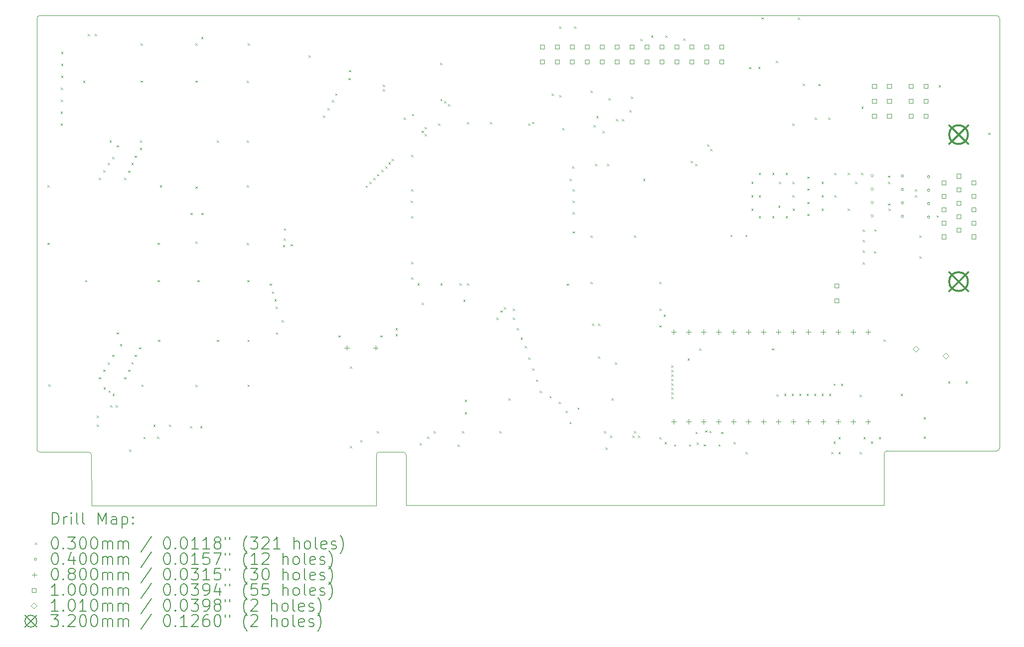
<source format=gbr>
%TF.GenerationSoftware,KiCad,Pcbnew,9.0.1*%
%TF.CreationDate,2025-11-11T13:17:26+01:00*%
%TF.ProjectId,542xISA,35343278-4953-4412-9e6b-696361645f70,0.3a*%
%TF.SameCoordinates,Original*%
%TF.FileFunction,Drillmap*%
%TF.FilePolarity,Positive*%
%FSLAX45Y45*%
G04 Gerber Fmt 4.5, Leading zero omitted, Abs format (unit mm)*
G04 Created by KiCad (PCBNEW 9.0.1) date 2025-11-11 13:17:26*
%MOMM*%
%LPD*%
G01*
G04 APERTURE LIST*
%ADD10C,0.050000*%
%ADD11C,0.200000*%
%ADD12C,0.100000*%
%ADD13C,0.101000*%
%ADD14C,0.320000*%
G04 APERTURE END LIST*
D10*
X9994900Y-14665960D02*
X9994900Y-7340600D01*
X10870702Y-14716816D02*
X10045700Y-14716760D01*
X26301700Y-7289800D02*
G75*
G02*
X26352500Y-7340600I0J-50800D01*
G01*
X26352500Y-14645640D02*
G75*
G02*
X26301700Y-14696440I-50800J0D01*
G01*
X15760700Y-14767553D02*
G75*
G02*
X15811500Y-14716750I50800J4D01*
G01*
X15760700Y-15631160D02*
X10922020Y-15631053D01*
X10870702Y-14716816D02*
G75*
G02*
X10921504Y-14767616I-2J-50804D01*
G01*
X15760700Y-14767553D02*
X15760700Y-15631160D01*
X16217900Y-14716760D02*
X15811500Y-14716753D01*
X24391620Y-14747240D02*
G75*
G02*
X24442420Y-14696440I50800J0D01*
G01*
X24391620Y-14747240D02*
X24390350Y-15621000D01*
X26301700Y-14696440D02*
X24442420Y-14696440D01*
X16268700Y-15621000D02*
X16268700Y-14767560D01*
X26352500Y-7340600D02*
X26352500Y-14645640D01*
X10045700Y-7289800D02*
X26301700Y-7289800D01*
X24390350Y-15621000D02*
X16268700Y-15621000D01*
X10921502Y-14767616D02*
X10922020Y-15631053D01*
X16217900Y-14716760D02*
G75*
G02*
X16268700Y-14767560I0J-50800D01*
G01*
X10045700Y-14716760D02*
G75*
G02*
X9994900Y-14665960I0J50800D01*
G01*
X9994900Y-7340600D02*
G75*
G02*
X10045700Y-7289800I50800J0D01*
G01*
D11*
D12*
X10174000Y-10179000D02*
X10204000Y-10209000D01*
X10204000Y-10179000D02*
X10174000Y-10209000D01*
X10175000Y-11157000D02*
X10205000Y-11187000D01*
X10205000Y-11157000D02*
X10175000Y-11187000D01*
X10191000Y-13567000D02*
X10221000Y-13597000D01*
X10221000Y-13567000D02*
X10191000Y-13597000D01*
X10400000Y-8926000D02*
X10430000Y-8956000D01*
X10430000Y-8926000D02*
X10400000Y-8956000D01*
X10400000Y-9129000D02*
X10430000Y-9159000D01*
X10430000Y-9129000D02*
X10400000Y-9159000D01*
X10402000Y-8721000D02*
X10432000Y-8751000D01*
X10432000Y-8721000D02*
X10402000Y-8751000D01*
X10403000Y-8519000D02*
X10433000Y-8549000D01*
X10433000Y-8519000D02*
X10403000Y-8549000D01*
X10406000Y-8114000D02*
X10436000Y-8144000D01*
X10436000Y-8114000D02*
X10406000Y-8144000D01*
X10406000Y-8314000D02*
X10436000Y-8344000D01*
X10436000Y-8314000D02*
X10406000Y-8344000D01*
X10407000Y-7909000D02*
X10437000Y-7939000D01*
X10437000Y-7909000D02*
X10407000Y-7939000D01*
X10780000Y-8401000D02*
X10810000Y-8431000D01*
X10810000Y-8401000D02*
X10780000Y-8431000D01*
X10815000Y-11792000D02*
X10845000Y-11822000D01*
X10845000Y-11792000D02*
X10815000Y-11822000D01*
X10861000Y-7605000D02*
X10891000Y-7635000D01*
X10891000Y-7605000D02*
X10861000Y-7635000D01*
X10979316Y-7606735D02*
X11009316Y-7636735D01*
X11009316Y-7606735D02*
X10979316Y-7636735D01*
X11011000Y-14097000D02*
X11041000Y-14127000D01*
X11041000Y-14097000D02*
X11011000Y-14127000D01*
X11011000Y-14253000D02*
X11041000Y-14283000D01*
X11041000Y-14253000D02*
X11011000Y-14283000D01*
X11047000Y-10052000D02*
X11077000Y-10082000D01*
X11077000Y-10052000D02*
X11047000Y-10082000D01*
X11047000Y-13444000D02*
X11077000Y-13474000D01*
X11077000Y-13444000D02*
X11047000Y-13474000D01*
X11122900Y-13314000D02*
X11152900Y-13344000D01*
X11152900Y-13314000D02*
X11122900Y-13344000D01*
X11123000Y-9925000D02*
X11153000Y-9955000D01*
X11153000Y-9925000D02*
X11123000Y-9955000D01*
X11125000Y-13614000D02*
X11155000Y-13644000D01*
X11155000Y-13614000D02*
X11125000Y-13644000D01*
X11199100Y-13193000D02*
X11229100Y-13223000D01*
X11229100Y-13193000D02*
X11199100Y-13223000D01*
X11201000Y-9798000D02*
X11231000Y-9828000D01*
X11231000Y-9798000D02*
X11201000Y-9828000D01*
X11210000Y-13672000D02*
X11240000Y-13702000D01*
X11240000Y-13672000D02*
X11210000Y-13702000D01*
X11230000Y-9416000D02*
X11260000Y-9446000D01*
X11260000Y-9416000D02*
X11230000Y-9446000D01*
X11242000Y-13922000D02*
X11272000Y-13952000D01*
X11272000Y-13922000D02*
X11242000Y-13952000D01*
X11273000Y-9697000D02*
X11303000Y-9727000D01*
X11303000Y-9697000D02*
X11273000Y-9727000D01*
X11275300Y-13062000D02*
X11305300Y-13092000D01*
X11305300Y-13062000D02*
X11275300Y-13092000D01*
X11279000Y-13725000D02*
X11309000Y-13755000D01*
X11309000Y-13725000D02*
X11279000Y-13755000D01*
X11332000Y-13922000D02*
X11362000Y-13952000D01*
X11362000Y-13922000D02*
X11332000Y-13952000D01*
X11351500Y-9496000D02*
X11381500Y-9526000D01*
X11381500Y-9496000D02*
X11351500Y-9526000D01*
X11351500Y-12681000D02*
X11381500Y-12711000D01*
X11381500Y-12681000D02*
X11351500Y-12711000D01*
X11406000Y-12878900D02*
X11436000Y-12908900D01*
X11436000Y-12878900D02*
X11406000Y-12908900D01*
X11479000Y-10051000D02*
X11509000Y-10081000D01*
X11509000Y-10051000D02*
X11479000Y-10081000D01*
X11480000Y-13443000D02*
X11510000Y-13473000D01*
X11510000Y-13443000D02*
X11480000Y-13473000D01*
X11546000Y-9929000D02*
X11576000Y-9959000D01*
X11576000Y-9929000D02*
X11546000Y-9959000D01*
X11546000Y-13317000D02*
X11576000Y-13347000D01*
X11576000Y-13317000D02*
X11546000Y-13347000D01*
X11564000Y-14673000D02*
X11594000Y-14703000D01*
X11594000Y-14673000D02*
X11564000Y-14703000D01*
X11601000Y-9798000D02*
X11631000Y-9828000D01*
X11631000Y-9798000D02*
X11601000Y-9828000D01*
X11601000Y-13188500D02*
X11631000Y-13218500D01*
X11631000Y-13188500D02*
X11601000Y-13218500D01*
X11656000Y-9673000D02*
X11686000Y-9703000D01*
X11686000Y-9673000D02*
X11656000Y-9703000D01*
X11656000Y-13063000D02*
X11686000Y-13093000D01*
X11686000Y-13063000D02*
X11656000Y-13093000D01*
X11732000Y-12934000D02*
X11762000Y-12964000D01*
X11762000Y-12934000D02*
X11732000Y-12964000D01*
X11744000Y-9544000D02*
X11774000Y-9574000D01*
X11774000Y-9544000D02*
X11744000Y-9574000D01*
X11748000Y-9417000D02*
X11778000Y-9447000D01*
X11778000Y-9417000D02*
X11748000Y-9447000D01*
X11757000Y-7766500D02*
X11787000Y-7796500D01*
X11787000Y-7766500D02*
X11757000Y-7796500D01*
X11757000Y-8398000D02*
X11787000Y-8428000D01*
X11787000Y-8398000D02*
X11757000Y-8428000D01*
X11769000Y-13570000D02*
X11799000Y-13600000D01*
X11799000Y-13570000D02*
X11769000Y-13600000D01*
X11803000Y-14457000D02*
X11833000Y-14487000D01*
X11833000Y-14457000D02*
X11803000Y-14487000D01*
X11972000Y-14250000D02*
X12002000Y-14280000D01*
X12002000Y-14250000D02*
X11972000Y-14280000D01*
X12036000Y-14456000D02*
X12066000Y-14486000D01*
X12066000Y-14456000D02*
X12036000Y-14486000D01*
X12046000Y-11157000D02*
X12076000Y-11187000D01*
X12076000Y-11157000D02*
X12046000Y-11187000D01*
X12047000Y-11793000D02*
X12077000Y-11823000D01*
X12077000Y-11793000D02*
X12047000Y-11823000D01*
X12056000Y-12808000D02*
X12086000Y-12838000D01*
X12086000Y-12808000D02*
X12056000Y-12838000D01*
X12083000Y-10178000D02*
X12113000Y-10208000D01*
X12113000Y-10178000D02*
X12083000Y-10208000D01*
X12240000Y-14252000D02*
X12270000Y-14282000D01*
X12270000Y-14252000D02*
X12240000Y-14282000D01*
X12597000Y-14275000D02*
X12627000Y-14305000D01*
X12627000Y-14275000D02*
X12597000Y-14305000D01*
X12606000Y-10648000D02*
X12636000Y-10678000D01*
X12636000Y-10648000D02*
X12606000Y-10678000D01*
X12686750Y-7764000D02*
X12716750Y-7794000D01*
X12716750Y-7764000D02*
X12686750Y-7794000D01*
X12686750Y-10198000D02*
X12716750Y-10228000D01*
X12716750Y-10198000D02*
X12686750Y-10228000D01*
X12686750Y-11136000D02*
X12716750Y-11166000D01*
X12716750Y-11136000D02*
X12686750Y-11166000D01*
X12686750Y-13574000D02*
X12716750Y-13604000D01*
X12716750Y-13574000D02*
X12686750Y-13604000D01*
X12687000Y-8395000D02*
X12717000Y-8425000D01*
X12717000Y-8395000D02*
X12687000Y-8425000D01*
X12723900Y-11792000D02*
X12753900Y-11822000D01*
X12753900Y-11792000D02*
X12723900Y-11822000D01*
X12770000Y-14277000D02*
X12800000Y-14307000D01*
X12800000Y-14277000D02*
X12770000Y-14307000D01*
X12785747Y-7655198D02*
X12815747Y-7685198D01*
X12815747Y-7655198D02*
X12785747Y-7685198D01*
X12792000Y-10648000D02*
X12822000Y-10678000D01*
X12822000Y-10648000D02*
X12792000Y-10678000D01*
X13053000Y-9417000D02*
X13083000Y-9447000D01*
X13083000Y-9417000D02*
X13053000Y-9447000D01*
X13053000Y-12808000D02*
X13083000Y-12838000D01*
X13083000Y-12808000D02*
X13053000Y-12838000D01*
X13561000Y-10179000D02*
X13591000Y-10209000D01*
X13591000Y-10179000D02*
X13561000Y-10209000D01*
X13563000Y-8401000D02*
X13593000Y-8431000D01*
X13593000Y-8401000D02*
X13563000Y-8431000D01*
X13563000Y-9416000D02*
X13593000Y-9446000D01*
X13593000Y-9416000D02*
X13563000Y-9446000D01*
X13563000Y-11159000D02*
X13593000Y-11189000D01*
X13593000Y-11159000D02*
X13563000Y-11189000D01*
X13571000Y-11790000D02*
X13601000Y-11820000D01*
X13601000Y-11790000D02*
X13571000Y-11820000D01*
X13573000Y-12809000D02*
X13603000Y-12839000D01*
X13603000Y-12809000D02*
X13573000Y-12839000D01*
X13575000Y-13570000D02*
X13605000Y-13600000D01*
X13605000Y-13570000D02*
X13575000Y-13600000D01*
X13577000Y-7764000D02*
X13607000Y-7794000D01*
X13607000Y-7764000D02*
X13577000Y-7794000D01*
X13948800Y-11851000D02*
X13978800Y-11881000D01*
X13978800Y-11851000D02*
X13948800Y-11881000D01*
X13988900Y-11987059D02*
X14018900Y-12017059D01*
X14018900Y-11987059D02*
X13988900Y-12017059D01*
X14029000Y-12118000D02*
X14059000Y-12148000D01*
X14059000Y-12118000D02*
X14029000Y-12148000D01*
X14053109Y-12244109D02*
X14083109Y-12274109D01*
X14083109Y-12244109D02*
X14053109Y-12274109D01*
X14058000Y-12680000D02*
X14088000Y-12710000D01*
X14088000Y-12680000D02*
X14058000Y-12710000D01*
X14152000Y-12470609D02*
X14182000Y-12500609D01*
X14182000Y-12470609D02*
X14152000Y-12500609D01*
X14175923Y-11195585D02*
X14205923Y-11225585D01*
X14205923Y-11195585D02*
X14175923Y-11225585D01*
X14186488Y-11082730D02*
X14216488Y-11112730D01*
X14216488Y-11082730D02*
X14186488Y-11112730D01*
X14190011Y-10911109D02*
X14220011Y-10941109D01*
X14220011Y-10911109D02*
X14190011Y-10941109D01*
X14306254Y-11182254D02*
X14336254Y-11212254D01*
X14336254Y-11182254D02*
X14306254Y-11212254D01*
X14611550Y-7969450D02*
X14641550Y-7999450D01*
X14641550Y-7969450D02*
X14611550Y-7999450D01*
X14856372Y-8991831D02*
X14886372Y-9021831D01*
X14886372Y-8991831D02*
X14856372Y-9021831D01*
X14933133Y-8863892D02*
X14963133Y-8893892D01*
X14963133Y-8863892D02*
X14933133Y-8893892D01*
X15009194Y-8731180D02*
X15039194Y-8761180D01*
X15039194Y-8731180D02*
X15009194Y-8761180D01*
X15061886Y-8614838D02*
X15091886Y-8644838D01*
X15091886Y-8614838D02*
X15061886Y-8644838D01*
X15117050Y-12729450D02*
X15147050Y-12759450D01*
X15147050Y-12729450D02*
X15117050Y-12759450D01*
X15288176Y-8353599D02*
X15318176Y-8383599D01*
X15318176Y-8353599D02*
X15288176Y-8383599D01*
X15298501Y-8219200D02*
X15328501Y-8249200D01*
X15328501Y-8219200D02*
X15298501Y-8249200D01*
X15312000Y-13260000D02*
X15342000Y-13290000D01*
X15342000Y-13260000D02*
X15312000Y-13290000D01*
X15313900Y-14615400D02*
X15343900Y-14645400D01*
X15343900Y-14615400D02*
X15313900Y-14645400D01*
X15491700Y-14513800D02*
X15521700Y-14543800D01*
X15521700Y-14513800D02*
X15491700Y-14543800D01*
X15581000Y-10182700D02*
X15611000Y-10212700D01*
X15611000Y-10182700D02*
X15581000Y-10212700D01*
X15646000Y-10117700D02*
X15676000Y-10147700D01*
X15676000Y-10117700D02*
X15646000Y-10147700D01*
X15711000Y-10052700D02*
X15741000Y-10082700D01*
X15741000Y-10052700D02*
X15711000Y-10082700D01*
X15771100Y-14361400D02*
X15801100Y-14391400D01*
X15801100Y-14361400D02*
X15771100Y-14391400D01*
X15776000Y-9987700D02*
X15806000Y-10017700D01*
X15806000Y-9987700D02*
X15776000Y-10017700D01*
X15828250Y-12729450D02*
X15858250Y-12759450D01*
X15858250Y-12729450D02*
X15828250Y-12759450D01*
X15847300Y-9916400D02*
X15877300Y-9946400D01*
X15877300Y-9916400D02*
X15847300Y-9946400D01*
X15872700Y-8468600D02*
X15902700Y-8498600D01*
X15902700Y-8468600D02*
X15872700Y-8498600D01*
X15872700Y-8544800D02*
X15902700Y-8574800D01*
X15902700Y-8544800D02*
X15872700Y-8574800D01*
X15914413Y-9858382D02*
X15944413Y-9888382D01*
X15944413Y-9858382D02*
X15914413Y-9888382D01*
X15969725Y-9790924D02*
X15999725Y-9820924D01*
X15999725Y-9790924D02*
X15969725Y-9820924D01*
X16025100Y-9727930D02*
X16055100Y-9757930D01*
X16055100Y-9727930D02*
X16025100Y-9757930D01*
X16090050Y-12608800D02*
X16120050Y-12638800D01*
X16120050Y-12608800D02*
X16090050Y-12638800D01*
X16090050Y-12710400D02*
X16120050Y-12740400D01*
X16120050Y-12710400D02*
X16090050Y-12740400D01*
X16228300Y-9027400D02*
X16258300Y-9057400D01*
X16258300Y-9027400D02*
X16228300Y-9057400D01*
X16348200Y-10442700D02*
X16378200Y-10472700D01*
X16378200Y-10442700D02*
X16348200Y-10472700D01*
X16352800Y-11742700D02*
X16382800Y-11772700D01*
X16382800Y-11742700D02*
X16352800Y-11772700D01*
X16355300Y-9662400D02*
X16385300Y-9692400D01*
X16385300Y-9662400D02*
X16355300Y-9692400D01*
X16355300Y-10246600D02*
X16385300Y-10276600D01*
X16385300Y-10246600D02*
X16355300Y-10276600D01*
X16355300Y-10702700D02*
X16385300Y-10732700D01*
X16385300Y-10702700D02*
X16355300Y-10732700D01*
X16355300Y-11482700D02*
X16385300Y-11512700D01*
X16385300Y-11482700D02*
X16355300Y-11512700D01*
X16369200Y-8962700D02*
X16399200Y-8992700D01*
X16399200Y-8962700D02*
X16369200Y-8992700D01*
X16459400Y-11844300D02*
X16489400Y-11874300D01*
X16489400Y-11844300D02*
X16459400Y-11874300D01*
X16499000Y-14563000D02*
X16529000Y-14593000D01*
X16529000Y-14563000D02*
X16499000Y-14593000D01*
X16533100Y-9249700D02*
X16563100Y-9279700D01*
X16563100Y-9249700D02*
X16533100Y-9279700D01*
X16533100Y-12177000D02*
X16563100Y-12207000D01*
X16563100Y-12177000D02*
X16533100Y-12207000D01*
X16583900Y-9187700D02*
X16613900Y-9217700D01*
X16613900Y-9187700D02*
X16583900Y-9217700D01*
X16583900Y-9306800D02*
X16613900Y-9336800D01*
X16613900Y-9306800D02*
X16583900Y-9336800D01*
X16627000Y-14452000D02*
X16657000Y-14482000D01*
X16657000Y-14452000D02*
X16627000Y-14482000D01*
X16736300Y-14361400D02*
X16766300Y-14391400D01*
X16766300Y-14361400D02*
X16736300Y-14391400D01*
X16812500Y-9129000D02*
X16842500Y-9159000D01*
X16842500Y-9129000D02*
X16812500Y-9159000D01*
X16847711Y-8093632D02*
X16877711Y-8123632D01*
X16877711Y-8093632D02*
X16847711Y-8123632D01*
X16849383Y-8711117D02*
X16879383Y-8741117D01*
X16879383Y-8711117D02*
X16849383Y-8741117D01*
X16849400Y-11846800D02*
X16879400Y-11876800D01*
X16879400Y-11846800D02*
X16849400Y-11876800D01*
X16914400Y-8748300D02*
X16944400Y-8778300D01*
X16944400Y-8748300D02*
X16914400Y-8778300D01*
X16979400Y-8798800D02*
X17009400Y-8828800D01*
X17009400Y-8798800D02*
X16979400Y-8828800D01*
X17142700Y-14590000D02*
X17172700Y-14620000D01*
X17172700Y-14590000D02*
X17142700Y-14620000D01*
X17174400Y-11846800D02*
X17204400Y-11876800D01*
X17204400Y-11846800D02*
X17174400Y-11876800D01*
X17218900Y-14361400D02*
X17248900Y-14391400D01*
X17248900Y-14361400D02*
X17218900Y-14391400D01*
X17239400Y-12126200D02*
X17269400Y-12156200D01*
X17269400Y-12126200D02*
X17239400Y-12156200D01*
X17263350Y-13828000D02*
X17293350Y-13858000D01*
X17293350Y-13828000D02*
X17263350Y-13858000D01*
X17263350Y-14037550D02*
X17293350Y-14067550D01*
X17293350Y-14037550D02*
X17263350Y-14067550D01*
X17304400Y-9103600D02*
X17334400Y-9133600D01*
X17334400Y-9103600D02*
X17304400Y-9133600D01*
X17304400Y-11846800D02*
X17334400Y-11876800D01*
X17334400Y-11846800D02*
X17304400Y-11876800D01*
X17694400Y-9103600D02*
X17724400Y-9133600D01*
X17724400Y-9103600D02*
X17694400Y-9133600D01*
X17803100Y-12431000D02*
X17833100Y-12461000D01*
X17833100Y-12431000D02*
X17803100Y-12461000D01*
X17853900Y-14361400D02*
X17883900Y-14391400D01*
X17883900Y-14361400D02*
X17853900Y-14391400D01*
X17872408Y-12308200D02*
X17902408Y-12338200D01*
X17902408Y-12308200D02*
X17872408Y-12338200D01*
X17930100Y-12253200D02*
X17960100Y-12283200D01*
X17960100Y-12253200D02*
X17930100Y-12283200D01*
X18006300Y-13802600D02*
X18036300Y-13832600D01*
X18036300Y-13802600D02*
X18006300Y-13832600D01*
X18082500Y-12278600D02*
X18112500Y-12308600D01*
X18112500Y-12278600D02*
X18082500Y-12308600D01*
X18082500Y-12431000D02*
X18112500Y-12461000D01*
X18112500Y-12431000D02*
X18082500Y-12461000D01*
X18148940Y-12608808D02*
X18178940Y-12638808D01*
X18178940Y-12608808D02*
X18148940Y-12638808D01*
X18214837Y-12769332D02*
X18244837Y-12799332D01*
X18244837Y-12769332D02*
X18214837Y-12799332D01*
X18285700Y-12913600D02*
X18315700Y-12943600D01*
X18315700Y-12913600D02*
X18285700Y-12943600D01*
X18344400Y-9129000D02*
X18374400Y-9159000D01*
X18374400Y-9129000D02*
X18344400Y-9159000D01*
X18344560Y-13106163D02*
X18374560Y-13136163D01*
X18374560Y-13106163D02*
X18344560Y-13136163D01*
X18409400Y-9100300D02*
X18439400Y-9130300D01*
X18439400Y-9100300D02*
X18409400Y-9130300D01*
X18412700Y-13294600D02*
X18442700Y-13324600D01*
X18442700Y-13294600D02*
X18412700Y-13324600D01*
X18474019Y-13483083D02*
X18504019Y-13513083D01*
X18504019Y-13483083D02*
X18474019Y-13513083D01*
X18539700Y-13675600D02*
X18569700Y-13705600D01*
X18569700Y-13675600D02*
X18539700Y-13705600D01*
X18704800Y-13764500D02*
X18734800Y-13794500D01*
X18734800Y-13764500D02*
X18704800Y-13794500D01*
X18742900Y-8621000D02*
X18772900Y-8651000D01*
X18772900Y-8621000D02*
X18742900Y-8651000D01*
X18862903Y-13860397D02*
X18892903Y-13890397D01*
X18892903Y-13860397D02*
X18862903Y-13890397D01*
X18869900Y-7478000D02*
X18899900Y-7508000D01*
X18899900Y-7478000D02*
X18869900Y-7508000D01*
X18869900Y-8646400D02*
X18899900Y-8676400D01*
X18899900Y-8646400D02*
X18869900Y-8676400D01*
X18920700Y-9205200D02*
X18950700Y-9235200D01*
X18950700Y-9205200D02*
X18920700Y-9235200D01*
X18977850Y-14012150D02*
X19007850Y-14042150D01*
X19007850Y-14012150D02*
X18977850Y-14042150D01*
X18994400Y-11849300D02*
X19024400Y-11879300D01*
X19024400Y-11849300D02*
X18994400Y-11879300D01*
X19041350Y-14202650D02*
X19071350Y-14232650D01*
X19071350Y-14202650D02*
X19041350Y-14232650D01*
X19047910Y-10068590D02*
X19077910Y-10098590D01*
X19077910Y-10068590D02*
X19047910Y-10098590D01*
X19090600Y-9857700D02*
X19120600Y-9887700D01*
X19120600Y-9857700D02*
X19090600Y-9887700D01*
X19098500Y-10246600D02*
X19128500Y-10276600D01*
X19128500Y-10246600D02*
X19098500Y-10276600D01*
X19098500Y-10442700D02*
X19128500Y-10472700D01*
X19128500Y-10442700D02*
X19098500Y-10472700D01*
X19098500Y-10637700D02*
X19128500Y-10667700D01*
X19128500Y-10637700D02*
X19098500Y-10667700D01*
X19098500Y-10962700D02*
X19128500Y-10992700D01*
X19128500Y-10962700D02*
X19098500Y-10992700D01*
X19123900Y-7478000D02*
X19153900Y-7508000D01*
X19153900Y-7478000D02*
X19123900Y-7508000D01*
X19180015Y-13959980D02*
X19210015Y-13989980D01*
X19210015Y-13959980D02*
X19180015Y-13989980D01*
X19403300Y-8570200D02*
X19433300Y-8600200D01*
X19433300Y-8570200D02*
X19403300Y-8600200D01*
X19403300Y-11034000D02*
X19433300Y-11064000D01*
X19433300Y-11034000D02*
X19403300Y-11064000D01*
X19403300Y-11821400D02*
X19433300Y-11851400D01*
X19433300Y-11821400D02*
X19403300Y-11851400D01*
X19428700Y-12532600D02*
X19458700Y-12562600D01*
X19458700Y-12532600D02*
X19428700Y-12562600D01*
X19454100Y-9154400D02*
X19484100Y-9184400D01*
X19484100Y-9154400D02*
X19454100Y-9184400D01*
X19479500Y-9814800D02*
X19509500Y-9844800D01*
X19509500Y-9814800D02*
X19479500Y-9844800D01*
X19498550Y-9002000D02*
X19528550Y-9032000D01*
X19528550Y-9002000D02*
X19498550Y-9032000D01*
X19530300Y-12532600D02*
X19560300Y-12562600D01*
X19560300Y-12532600D02*
X19530300Y-12562600D01*
X19530300Y-13091400D02*
X19560300Y-13121400D01*
X19560300Y-13091400D02*
X19530300Y-13121400D01*
X19606500Y-9256000D02*
X19636500Y-9286000D01*
X19636500Y-9256000D02*
X19606500Y-9286000D01*
X19631900Y-14361400D02*
X19661900Y-14391400D01*
X19661900Y-14361400D02*
X19631900Y-14391400D01*
X19657300Y-14640800D02*
X19687300Y-14670800D01*
X19687300Y-14640800D02*
X19657300Y-14670800D01*
X19682700Y-9814800D02*
X19712700Y-9844800D01*
X19712700Y-9814800D02*
X19682700Y-9844800D01*
X19708100Y-8697200D02*
X19738100Y-8727200D01*
X19738100Y-8697200D02*
X19708100Y-8727200D01*
X19733500Y-14437600D02*
X19763500Y-14467600D01*
X19763500Y-14437600D02*
X19733500Y-14467600D01*
X19758900Y-13802600D02*
X19788900Y-13832600D01*
X19788900Y-13802600D02*
X19758900Y-13832600D01*
X19818064Y-13193000D02*
X19848064Y-13223000D01*
X19848064Y-13193000D02*
X19818064Y-13223000D01*
X19835100Y-9052800D02*
X19865100Y-9082800D01*
X19865100Y-9052800D02*
X19835100Y-9082800D01*
X19936700Y-9052800D02*
X19966700Y-9082800D01*
X19966700Y-9052800D02*
X19936700Y-9082800D01*
X20063700Y-8900400D02*
X20093700Y-8930400D01*
X20093700Y-8900400D02*
X20063700Y-8930400D01*
X20089100Y-8671800D02*
X20119100Y-8701800D01*
X20119100Y-8671800D02*
X20089100Y-8701800D01*
X20114500Y-14437600D02*
X20144500Y-14467600D01*
X20144500Y-14437600D02*
X20114500Y-14467600D01*
X20139900Y-11034000D02*
X20169900Y-11064000D01*
X20169900Y-11034000D02*
X20139900Y-11064000D01*
X20139900Y-14361400D02*
X20169900Y-14391400D01*
X20169900Y-14361400D02*
X20139900Y-14391400D01*
X20208000Y-14437000D02*
X20238000Y-14467000D01*
X20238000Y-14437000D02*
X20208000Y-14467000D01*
X20247951Y-7686879D02*
X20277951Y-7716879D01*
X20277951Y-7686879D02*
X20247951Y-7716879D01*
X20296716Y-10068590D02*
X20326716Y-10098590D01*
X20326716Y-10068590D02*
X20296716Y-10098590D01*
X20431276Y-7631155D02*
X20461276Y-7661155D01*
X20461276Y-7631155D02*
X20431276Y-7661155D01*
X20571700Y-11821400D02*
X20601700Y-11851400D01*
X20601700Y-11821400D02*
X20571700Y-11851400D01*
X20571700Y-12278600D02*
X20601700Y-12308600D01*
X20601700Y-12278600D02*
X20571700Y-12308600D01*
X20571700Y-14463000D02*
X20601700Y-14493000D01*
X20601700Y-14463000D02*
X20571700Y-14493000D01*
X20572000Y-12560000D02*
X20602000Y-12590000D01*
X20602000Y-12560000D02*
X20572000Y-12590000D01*
X20643000Y-12380200D02*
X20673000Y-12410200D01*
X20673000Y-12380200D02*
X20643000Y-12410200D01*
X20662000Y-14549000D02*
X20692000Y-14579000D01*
X20692000Y-14549000D02*
X20662000Y-14579000D01*
X20673300Y-7631222D02*
X20703300Y-7661222D01*
X20703300Y-7631222D02*
X20673300Y-7661222D01*
X20774900Y-13243800D02*
X20804900Y-13273800D01*
X20804900Y-13243800D02*
X20774900Y-13273800D01*
X20774900Y-13320000D02*
X20804900Y-13350000D01*
X20804900Y-13320000D02*
X20774900Y-13350000D01*
X20774900Y-13396200D02*
X20804900Y-13426200D01*
X20804900Y-13396200D02*
X20774900Y-13426200D01*
X20774900Y-13472400D02*
X20804900Y-13502400D01*
X20804900Y-13472400D02*
X20774900Y-13502400D01*
X20774900Y-13548600D02*
X20804900Y-13578600D01*
X20804900Y-13548600D02*
X20774900Y-13578600D01*
X20774900Y-13624800D02*
X20804900Y-13654800D01*
X20804900Y-13624800D02*
X20774900Y-13654800D01*
X20774900Y-13701000D02*
X20804900Y-13731000D01*
X20804900Y-13701000D02*
X20774900Y-13731000D01*
X20774900Y-13777200D02*
X20804900Y-13807200D01*
X20804900Y-13777200D02*
X20774900Y-13807200D01*
X20819350Y-14585800D02*
X20849350Y-14615800D01*
X20849350Y-14585800D02*
X20819350Y-14615800D01*
X20978100Y-7681200D02*
X21008100Y-7711200D01*
X21008100Y-7681200D02*
X20978100Y-7711200D01*
X21050000Y-13127000D02*
X21080000Y-13157000D01*
X21080000Y-13127000D02*
X21050000Y-13157000D01*
X21073350Y-14585800D02*
X21103350Y-14615800D01*
X21103350Y-14585800D02*
X21073350Y-14615800D01*
X21105100Y-9764000D02*
X21135100Y-9794000D01*
X21135100Y-9764000D02*
X21105100Y-9794000D01*
X21181300Y-9814800D02*
X21211300Y-9844800D01*
X21211300Y-9814800D02*
X21181300Y-9844800D01*
X21184000Y-14374000D02*
X21214000Y-14404000D01*
X21214000Y-14374000D02*
X21184000Y-14404000D01*
X21208000Y-14557000D02*
X21238000Y-14587000D01*
X21238000Y-14557000D02*
X21208000Y-14587000D01*
X21250000Y-12954000D02*
X21280000Y-12984000D01*
X21280000Y-12954000D02*
X21250000Y-12984000D01*
X21326000Y-14585800D02*
X21356000Y-14615800D01*
X21356000Y-14585800D02*
X21326000Y-14615800D01*
X21349382Y-14348600D02*
X21379382Y-14378600D01*
X21379382Y-14348600D02*
X21349382Y-14378600D01*
X21384500Y-9484600D02*
X21414500Y-9514600D01*
X21414500Y-9484600D02*
X21384500Y-9514600D01*
X21423000Y-14356900D02*
X21453000Y-14386900D01*
X21453000Y-14356900D02*
X21423000Y-14386900D01*
X21435300Y-9560800D02*
X21465300Y-9590800D01*
X21465300Y-9560800D02*
X21435300Y-9590800D01*
X21575000Y-14585800D02*
X21605000Y-14615800D01*
X21605000Y-14585800D02*
X21575000Y-14615800D01*
X21622000Y-14372000D02*
X21652000Y-14402000D01*
X21652000Y-14372000D02*
X21622000Y-14402000D01*
X21778200Y-11021300D02*
X21808200Y-11051300D01*
X21808200Y-11021300D02*
X21778200Y-11051300D01*
X21831000Y-14545000D02*
X21861000Y-14575000D01*
X21861000Y-14545000D02*
X21831000Y-14575000D01*
X22032200Y-11021300D02*
X22062200Y-11051300D01*
X22062200Y-11021300D02*
X22032200Y-11051300D01*
X22034101Y-14717000D02*
X22064101Y-14747000D01*
X22064101Y-14717000D02*
X22034101Y-14747000D01*
X22095700Y-8169000D02*
X22125700Y-8199000D01*
X22125700Y-8169000D02*
X22095700Y-8199000D01*
X22133800Y-10119600D02*
X22163800Y-10149600D01*
X22163800Y-10119600D02*
X22133800Y-10149600D01*
X22133800Y-10348200D02*
X22163800Y-10378200D01*
X22163800Y-10348200D02*
X22133800Y-10378200D01*
X22133800Y-10576800D02*
X22163800Y-10606800D01*
X22163800Y-10576800D02*
X22133800Y-10606800D01*
X22250800Y-8165000D02*
X22280800Y-8195000D01*
X22280800Y-8165000D02*
X22250800Y-8195000D01*
X22260800Y-9967200D02*
X22290800Y-9997200D01*
X22290800Y-9967200D02*
X22260800Y-9997200D01*
X22260800Y-10348200D02*
X22290800Y-10378200D01*
X22290800Y-10348200D02*
X22260800Y-10378200D01*
X22260800Y-10703800D02*
X22290800Y-10733800D01*
X22290800Y-10703800D02*
X22260800Y-10733800D01*
X22305000Y-7322000D02*
X22335000Y-7352000D01*
X22335000Y-7322000D02*
X22305000Y-7352000D01*
X22483050Y-12951700D02*
X22513050Y-12981700D01*
X22513050Y-12951700D02*
X22483050Y-12981700D01*
X22489400Y-9967200D02*
X22519400Y-9997200D01*
X22519400Y-9967200D02*
X22489400Y-9997200D01*
X22489400Y-10703800D02*
X22519400Y-10733800D01*
X22519400Y-10703800D02*
X22489400Y-10733800D01*
X22552900Y-8059700D02*
X22582900Y-8089700D01*
X22582900Y-8059700D02*
X22552900Y-8089700D01*
X22559250Y-13732750D02*
X22589250Y-13762750D01*
X22589250Y-13732750D02*
X22559250Y-13762750D01*
X22591000Y-10526000D02*
X22621000Y-10556000D01*
X22621000Y-10526000D02*
X22591000Y-10556000D01*
X22603700Y-10119600D02*
X22633700Y-10149600D01*
X22633700Y-10119600D02*
X22603700Y-10149600D01*
X22692600Y-13726400D02*
X22722600Y-13756400D01*
X22722600Y-13726400D02*
X22692600Y-13756400D01*
X22718000Y-9967200D02*
X22748000Y-9997200D01*
X22748000Y-9967200D02*
X22718000Y-9997200D01*
X22718000Y-10703800D02*
X22748000Y-10733800D01*
X22748000Y-10703800D02*
X22718000Y-10733800D01*
X22819600Y-13726400D02*
X22849600Y-13756400D01*
X22849600Y-13726400D02*
X22819600Y-13756400D01*
X22832300Y-9129000D02*
X22862300Y-9159000D01*
X22862300Y-9129000D02*
X22832300Y-9159000D01*
X22832300Y-10119600D02*
X22862300Y-10149600D01*
X22862300Y-10119600D02*
X22832300Y-10149600D01*
X22832300Y-10348200D02*
X22862300Y-10378200D01*
X22862300Y-10348200D02*
X22832300Y-10378200D01*
X22837000Y-10576800D02*
X22867000Y-10606800D01*
X22867000Y-10576800D02*
X22837000Y-10606800D01*
X22923000Y-7326000D02*
X22953000Y-7356000D01*
X22953000Y-7326000D02*
X22923000Y-7356000D01*
X22946600Y-13726400D02*
X22976600Y-13756400D01*
X22976600Y-13726400D02*
X22946600Y-13756400D01*
X23012000Y-8452000D02*
X23042000Y-8482000D01*
X23042000Y-8452000D02*
X23012000Y-8482000D01*
X23073600Y-13726400D02*
X23103600Y-13756400D01*
X23103600Y-13726400D02*
X23073600Y-13756400D01*
X23086300Y-10030700D02*
X23116300Y-10060700D01*
X23116300Y-10030700D02*
X23086300Y-10060700D01*
X23086300Y-10233900D02*
X23116300Y-10263900D01*
X23116300Y-10233900D02*
X23086300Y-10263900D01*
X23086300Y-10462500D02*
X23116300Y-10492500D01*
X23116300Y-10462500D02*
X23086300Y-10492500D01*
X23086300Y-10665700D02*
X23116300Y-10695700D01*
X23116300Y-10665700D02*
X23086300Y-10695700D01*
X23200600Y-13726400D02*
X23230600Y-13756400D01*
X23230600Y-13726400D02*
X23200600Y-13756400D01*
X23213300Y-9027400D02*
X23243300Y-9057400D01*
X23243300Y-9027400D02*
X23213300Y-9057400D01*
X23270000Y-8457000D02*
X23300000Y-8487000D01*
X23300000Y-8457000D02*
X23270000Y-8487000D01*
X23327600Y-10119600D02*
X23357600Y-10149600D01*
X23357600Y-10119600D02*
X23327600Y-10149600D01*
X23327600Y-10348200D02*
X23357600Y-10378200D01*
X23357600Y-10348200D02*
X23327600Y-10378200D01*
X23327600Y-10576800D02*
X23357600Y-10606800D01*
X23357600Y-10576800D02*
X23327600Y-10606800D01*
X23327600Y-13726400D02*
X23357600Y-13756400D01*
X23357600Y-13726400D02*
X23327600Y-13756400D01*
X23441900Y-9027400D02*
X23471900Y-9057400D01*
X23471900Y-9027400D02*
X23441900Y-9057400D01*
X23454600Y-13726400D02*
X23484600Y-13756400D01*
X23484600Y-13726400D02*
X23454600Y-13756400D01*
X23492700Y-14717000D02*
X23522700Y-14747000D01*
X23522700Y-14717000D02*
X23492700Y-14747000D01*
X23530000Y-13554000D02*
X23560000Y-13584000D01*
X23560000Y-13554000D02*
X23530000Y-13584000D01*
X23530829Y-14539043D02*
X23560829Y-14569043D01*
X23560829Y-14539043D02*
X23530829Y-14569043D01*
X23543500Y-9967200D02*
X23573500Y-9997200D01*
X23573500Y-9967200D02*
X23543500Y-9997200D01*
X23543500Y-10348200D02*
X23573500Y-10378200D01*
X23573500Y-10348200D02*
X23543500Y-10378200D01*
X23613350Y-14463000D02*
X23643350Y-14493000D01*
X23643350Y-14463000D02*
X23613350Y-14493000D01*
X23613350Y-14717000D02*
X23643350Y-14747000D01*
X23643350Y-14717000D02*
X23613350Y-14747000D01*
X23657800Y-13554950D02*
X23687800Y-13584950D01*
X23687800Y-13554950D02*
X23657800Y-13584950D01*
X23772100Y-9967200D02*
X23802100Y-9997200D01*
X23802100Y-9967200D02*
X23772100Y-9997200D01*
X23772100Y-10576800D02*
X23802100Y-10606800D01*
X23802100Y-10576800D02*
X23772100Y-10606800D01*
X23899100Y-10119600D02*
X23929100Y-10149600D01*
X23929100Y-10119600D02*
X23899100Y-10149600D01*
X23975300Y-14717000D02*
X24005300Y-14747000D01*
X24005300Y-14717000D02*
X23975300Y-14747000D01*
X23976426Y-13742566D02*
X24006426Y-13772566D01*
X24006426Y-13742566D02*
X23976426Y-13772566D01*
X24000700Y-9967200D02*
X24030700Y-9997200D01*
X24030700Y-9967200D02*
X24000700Y-9997200D01*
X24004000Y-8839000D02*
X24034000Y-8869000D01*
X24034000Y-8839000D02*
X24004000Y-8869000D01*
X24026100Y-10932400D02*
X24056100Y-10962400D01*
X24056100Y-10932400D02*
X24026100Y-10962400D01*
X24026100Y-11110200D02*
X24056100Y-11140200D01*
X24056100Y-11110200D02*
X24026100Y-11140200D01*
X24026100Y-11288000D02*
X24056100Y-11318000D01*
X24056100Y-11288000D02*
X24026100Y-11318000D01*
X24026100Y-11491200D02*
X24056100Y-11521200D01*
X24056100Y-11491200D02*
X24026100Y-11521200D01*
X24038800Y-14463000D02*
X24068800Y-14493000D01*
X24068800Y-14463000D02*
X24038800Y-14493000D01*
X24165800Y-14539200D02*
X24195800Y-14569200D01*
X24195800Y-14539200D02*
X24165800Y-14569200D01*
X24216100Y-11301200D02*
X24246100Y-11331200D01*
X24246100Y-11301200D02*
X24216100Y-11331200D01*
X24223200Y-10926300D02*
X24253200Y-10956300D01*
X24253200Y-10926300D02*
X24223200Y-10956300D01*
X24299150Y-14463000D02*
X24329150Y-14493000D01*
X24329150Y-14463000D02*
X24299150Y-14493000D01*
X24380756Y-12801863D02*
X24410756Y-12831863D01*
X24410756Y-12801863D02*
X24380756Y-12831863D01*
X24457900Y-10011900D02*
X24487900Y-10041900D01*
X24487900Y-10011900D02*
X24457900Y-10041900D01*
X24457900Y-10119600D02*
X24487900Y-10149600D01*
X24487900Y-10119600D02*
X24457900Y-10149600D01*
X24457900Y-10488400D02*
X24487900Y-10518400D01*
X24487900Y-10488400D02*
X24457900Y-10518400D01*
X24466000Y-10577838D02*
X24496000Y-10607838D01*
X24496000Y-10577838D02*
X24466000Y-10607838D01*
X24675342Y-13727442D02*
X24705342Y-13757442D01*
X24705342Y-13727442D02*
X24675342Y-13757442D01*
X24915100Y-10246850D02*
X24945100Y-10276850D01*
X24945100Y-10246850D02*
X24915100Y-10276850D01*
X24915100Y-10348600D02*
X24945100Y-10378600D01*
X24945100Y-10348600D02*
X24915100Y-10378600D01*
X24991300Y-11034000D02*
X25021300Y-11064000D01*
X25021300Y-11034000D02*
X24991300Y-11064000D01*
X24991300Y-11389600D02*
X25021300Y-11419600D01*
X25021300Y-11389600D02*
X24991300Y-11419600D01*
X25062000Y-14122000D02*
X25092000Y-14152000D01*
X25092000Y-14122000D02*
X25062000Y-14152000D01*
X25062000Y-14456000D02*
X25092000Y-14486000D01*
X25092000Y-14456000D02*
X25062000Y-14486000D01*
X25283400Y-10691100D02*
X25313400Y-10721100D01*
X25313400Y-10691100D02*
X25283400Y-10721100D01*
X25315000Y-8476000D02*
X25345000Y-8506000D01*
X25345000Y-8476000D02*
X25315000Y-8506000D01*
X25479000Y-13516000D02*
X25509000Y-13546000D01*
X25509000Y-13516000D02*
X25479000Y-13546000D01*
X25776000Y-13512000D02*
X25806000Y-13542000D01*
X25806000Y-13512000D02*
X25776000Y-13542000D01*
X26158000Y-9285000D02*
X26188000Y-9315000D01*
X26188000Y-9285000D02*
X26158000Y-9315000D01*
X24205880Y-10015220D02*
G75*
G02*
X24165880Y-10015220I-20000J0D01*
G01*
X24165880Y-10015220D02*
G75*
G02*
X24205880Y-10015220I20000J0D01*
G01*
X24205880Y-10243820D02*
G75*
G02*
X24165880Y-10243820I-20000J0D01*
G01*
X24165880Y-10243820D02*
G75*
G02*
X24205880Y-10243820I20000J0D01*
G01*
X24205880Y-10472420D02*
G75*
G02*
X24165880Y-10472420I-20000J0D01*
G01*
X24165880Y-10472420D02*
G75*
G02*
X24205880Y-10472420I20000J0D01*
G01*
X24205880Y-10701020D02*
G75*
G02*
X24165880Y-10701020I-20000J0D01*
G01*
X24165880Y-10701020D02*
G75*
G02*
X24205880Y-10701020I20000J0D01*
G01*
X24721500Y-10020300D02*
G75*
G02*
X24681500Y-10020300I-20000J0D01*
G01*
X24681500Y-10020300D02*
G75*
G02*
X24721500Y-10020300I20000J0D01*
G01*
X24721500Y-10248900D02*
G75*
G02*
X24681500Y-10248900I-20000J0D01*
G01*
X24681500Y-10248900D02*
G75*
G02*
X24721500Y-10248900I20000J0D01*
G01*
X24721500Y-10477500D02*
G75*
G02*
X24681500Y-10477500I-20000J0D01*
G01*
X24681500Y-10477500D02*
G75*
G02*
X24721500Y-10477500I20000J0D01*
G01*
X24721500Y-10706100D02*
G75*
G02*
X24681500Y-10706100I-20000J0D01*
G01*
X24681500Y-10706100D02*
G75*
G02*
X24721500Y-10706100I20000J0D01*
G01*
X25166000Y-10033000D02*
G75*
G02*
X25126000Y-10033000I-20000J0D01*
G01*
X25126000Y-10033000D02*
G75*
G02*
X25166000Y-10033000I20000J0D01*
G01*
X25166000Y-10261600D02*
G75*
G02*
X25126000Y-10261600I-20000J0D01*
G01*
X25126000Y-10261600D02*
G75*
G02*
X25166000Y-10261600I20000J0D01*
G01*
X25166000Y-10490200D02*
G75*
G02*
X25126000Y-10490200I-20000J0D01*
G01*
X25126000Y-10490200D02*
G75*
G02*
X25166000Y-10490200I20000J0D01*
G01*
X25166000Y-10718800D02*
G75*
G02*
X25126000Y-10718800I-20000J0D01*
G01*
X25126000Y-10718800D02*
G75*
G02*
X25166000Y-10718800I20000J0D01*
G01*
X15261000Y-12902000D02*
X15261000Y-12982000D01*
X15221000Y-12942000D02*
X15301000Y-12942000D01*
X15749000Y-12902000D02*
X15749000Y-12982000D01*
X15709000Y-12942000D02*
X15789000Y-12942000D01*
X20815300Y-12634600D02*
X20815300Y-12714600D01*
X20775300Y-12674600D02*
X20855300Y-12674600D01*
X20815300Y-14158600D02*
X20815300Y-14238600D01*
X20775300Y-14198600D02*
X20855300Y-14198600D01*
X21069300Y-12634600D02*
X21069300Y-12714600D01*
X21029300Y-12674600D02*
X21109300Y-12674600D01*
X21069300Y-14158600D02*
X21069300Y-14238600D01*
X21029300Y-14198600D02*
X21109300Y-14198600D01*
X21323300Y-12634600D02*
X21323300Y-12714600D01*
X21283300Y-12674600D02*
X21363300Y-12674600D01*
X21323300Y-14158600D02*
X21323300Y-14238600D01*
X21283300Y-14198600D02*
X21363300Y-14198600D01*
X21577300Y-12634600D02*
X21577300Y-12714600D01*
X21537300Y-12674600D02*
X21617300Y-12674600D01*
X21577300Y-14158600D02*
X21577300Y-14238600D01*
X21537300Y-14198600D02*
X21617300Y-14198600D01*
X21831300Y-12634600D02*
X21831300Y-12714600D01*
X21791300Y-12674600D02*
X21871300Y-12674600D01*
X21831300Y-14158600D02*
X21831300Y-14238600D01*
X21791300Y-14198600D02*
X21871300Y-14198600D01*
X22085300Y-12634600D02*
X22085300Y-12714600D01*
X22045300Y-12674600D02*
X22125300Y-12674600D01*
X22085300Y-14158600D02*
X22085300Y-14238600D01*
X22045300Y-14198600D02*
X22125300Y-14198600D01*
X22339300Y-12634600D02*
X22339300Y-12714600D01*
X22299300Y-12674600D02*
X22379300Y-12674600D01*
X22339300Y-14158600D02*
X22339300Y-14238600D01*
X22299300Y-14198600D02*
X22379300Y-14198600D01*
X22593300Y-12634600D02*
X22593300Y-12714600D01*
X22553300Y-12674600D02*
X22633300Y-12674600D01*
X22593300Y-14158600D02*
X22593300Y-14238600D01*
X22553300Y-14198600D02*
X22633300Y-14198600D01*
X22847300Y-12634600D02*
X22847300Y-12714600D01*
X22807300Y-12674600D02*
X22887300Y-12674600D01*
X22847300Y-14158600D02*
X22847300Y-14238600D01*
X22807300Y-14198600D02*
X22887300Y-14198600D01*
X23101300Y-12634600D02*
X23101300Y-12714600D01*
X23061300Y-12674600D02*
X23141300Y-12674600D01*
X23101300Y-14158600D02*
X23101300Y-14238600D01*
X23061300Y-14198600D02*
X23141300Y-14198600D01*
X23355300Y-12634600D02*
X23355300Y-12714600D01*
X23315300Y-12674600D02*
X23395300Y-12674600D01*
X23355300Y-14158600D02*
X23355300Y-14238600D01*
X23315300Y-14198600D02*
X23395300Y-14198600D01*
X23609300Y-12634600D02*
X23609300Y-12714600D01*
X23569300Y-12674600D02*
X23649300Y-12674600D01*
X23609300Y-14158600D02*
X23609300Y-14238600D01*
X23569300Y-14198600D02*
X23649300Y-14198600D01*
X23863300Y-12634600D02*
X23863300Y-12714600D01*
X23823300Y-12674600D02*
X23903300Y-12674600D01*
X23863300Y-14158600D02*
X23863300Y-14238600D01*
X23823300Y-14198600D02*
X23903300Y-14198600D01*
X24117300Y-12634600D02*
X24117300Y-12714600D01*
X24077300Y-12674600D02*
X24157300Y-12674600D01*
X24117300Y-14158600D02*
X24117300Y-14238600D01*
X24077300Y-14198600D02*
X24157300Y-14198600D01*
X18615456Y-7858556D02*
X18615456Y-7787844D01*
X18544744Y-7787844D01*
X18544744Y-7858556D01*
X18615456Y-7858556D01*
X18615456Y-8112556D02*
X18615456Y-8041844D01*
X18544744Y-8041844D01*
X18544744Y-8112556D01*
X18615456Y-8112556D01*
X18869456Y-7858556D02*
X18869456Y-7787844D01*
X18798744Y-7787844D01*
X18798744Y-7858556D01*
X18869456Y-7858556D01*
X18869456Y-8112556D02*
X18869456Y-8041844D01*
X18798744Y-8041844D01*
X18798744Y-8112556D01*
X18869456Y-8112556D01*
X19123456Y-7858556D02*
X19123456Y-7787844D01*
X19052744Y-7787844D01*
X19052744Y-7858556D01*
X19123456Y-7858556D01*
X19123456Y-8112556D02*
X19123456Y-8041844D01*
X19052744Y-8041844D01*
X19052744Y-8112556D01*
X19123456Y-8112556D01*
X19377456Y-7858556D02*
X19377456Y-7787844D01*
X19306744Y-7787844D01*
X19306744Y-7858556D01*
X19377456Y-7858556D01*
X19377456Y-8112556D02*
X19377456Y-8041844D01*
X19306744Y-8041844D01*
X19306744Y-8112556D01*
X19377456Y-8112556D01*
X19631456Y-7858556D02*
X19631456Y-7787844D01*
X19560744Y-7787844D01*
X19560744Y-7858556D01*
X19631456Y-7858556D01*
X19631456Y-8112556D02*
X19631456Y-8041844D01*
X19560744Y-8041844D01*
X19560744Y-8112556D01*
X19631456Y-8112556D01*
X19885456Y-7858556D02*
X19885456Y-7787844D01*
X19814744Y-7787844D01*
X19814744Y-7858556D01*
X19885456Y-7858556D01*
X19885456Y-8112556D02*
X19885456Y-8041844D01*
X19814744Y-8041844D01*
X19814744Y-8112556D01*
X19885456Y-8112556D01*
X20139456Y-7858556D02*
X20139456Y-7787844D01*
X20068744Y-7787844D01*
X20068744Y-7858556D01*
X20139456Y-7858556D01*
X20139456Y-8112556D02*
X20139456Y-8041844D01*
X20068744Y-8041844D01*
X20068744Y-8112556D01*
X20139456Y-8112556D01*
X20393456Y-7858556D02*
X20393456Y-7787844D01*
X20322744Y-7787844D01*
X20322744Y-7858556D01*
X20393456Y-7858556D01*
X20393456Y-8112556D02*
X20393456Y-8041844D01*
X20322744Y-8041844D01*
X20322744Y-8112556D01*
X20393456Y-8112556D01*
X20647456Y-7858556D02*
X20647456Y-7787844D01*
X20576744Y-7787844D01*
X20576744Y-7858556D01*
X20647456Y-7858556D01*
X20647456Y-8112556D02*
X20647456Y-8041844D01*
X20576744Y-8041844D01*
X20576744Y-8112556D01*
X20647456Y-8112556D01*
X20901456Y-7858556D02*
X20901456Y-7787844D01*
X20830744Y-7787844D01*
X20830744Y-7858556D01*
X20901456Y-7858556D01*
X20901456Y-8112556D02*
X20901456Y-8041844D01*
X20830744Y-8041844D01*
X20830744Y-8112556D01*
X20901456Y-8112556D01*
X21155456Y-7858556D02*
X21155456Y-7787844D01*
X21084744Y-7787844D01*
X21084744Y-7858556D01*
X21155456Y-7858556D01*
X21155456Y-8112556D02*
X21155456Y-8041844D01*
X21084744Y-8041844D01*
X21084744Y-8112556D01*
X21155456Y-8112556D01*
X21409456Y-7858556D02*
X21409456Y-7787844D01*
X21338744Y-7787844D01*
X21338744Y-7858556D01*
X21409456Y-7858556D01*
X21409456Y-8112556D02*
X21409456Y-8041844D01*
X21338744Y-8041844D01*
X21338744Y-8112556D01*
X21409456Y-8112556D01*
X21663456Y-7858556D02*
X21663456Y-7787844D01*
X21592744Y-7787844D01*
X21592744Y-7858556D01*
X21663456Y-7858556D01*
X21663456Y-8112556D02*
X21663456Y-8041844D01*
X21592744Y-8041844D01*
X21592744Y-8112556D01*
X21663456Y-8112556D01*
X23619256Y-11922556D02*
X23619256Y-11851844D01*
X23548544Y-11851844D01*
X23548544Y-11922556D01*
X23619256Y-11922556D01*
X23619256Y-12176556D02*
X23619256Y-12105844D01*
X23548544Y-12105844D01*
X23548544Y-12176556D01*
X23619256Y-12176556D01*
X24259356Y-8524356D02*
X24259356Y-8453644D01*
X24188644Y-8453644D01*
X24188644Y-8524356D01*
X24259356Y-8524356D01*
X24259356Y-8778356D02*
X24259356Y-8707644D01*
X24188644Y-8707644D01*
X24188644Y-8778356D01*
X24259356Y-8778356D01*
X24259356Y-9032356D02*
X24259356Y-8961644D01*
X24188644Y-8961644D01*
X24188644Y-9032356D01*
X24259356Y-9032356D01*
X24513356Y-8524356D02*
X24513356Y-8453644D01*
X24442644Y-8453644D01*
X24442644Y-8524356D01*
X24513356Y-8524356D01*
X24513356Y-8778356D02*
X24513356Y-8707644D01*
X24442644Y-8707644D01*
X24442644Y-8778356D01*
X24513356Y-8778356D01*
X24513356Y-9032356D02*
X24513356Y-8961644D01*
X24442644Y-8961644D01*
X24442644Y-9032356D01*
X24513356Y-9032356D01*
X24880356Y-8527356D02*
X24880356Y-8456644D01*
X24809644Y-8456644D01*
X24809644Y-8527356D01*
X24880356Y-8527356D01*
X24880356Y-8781356D02*
X24880356Y-8710644D01*
X24809644Y-8710644D01*
X24809644Y-8781356D01*
X24880356Y-8781356D01*
X24880356Y-9035356D02*
X24880356Y-8964644D01*
X24809644Y-8964644D01*
X24809644Y-9035356D01*
X24880356Y-9035356D01*
X25134356Y-8527356D02*
X25134356Y-8456644D01*
X25063644Y-8456644D01*
X25063644Y-8527356D01*
X25134356Y-8527356D01*
X25134356Y-8781356D02*
X25134356Y-8710644D01*
X25063644Y-8710644D01*
X25063644Y-8781356D01*
X25134356Y-8781356D01*
X25134356Y-9035356D02*
X25134356Y-8964644D01*
X25063644Y-8964644D01*
X25063644Y-9035356D01*
X25134356Y-9035356D01*
X25440436Y-10170896D02*
X25440436Y-10100184D01*
X25369724Y-10100184D01*
X25369724Y-10170896D01*
X25440436Y-10170896D01*
X25440436Y-10399896D02*
X25440436Y-10329184D01*
X25369724Y-10329184D01*
X25369724Y-10399896D01*
X25440436Y-10399896D01*
X25440436Y-10628896D02*
X25440436Y-10558184D01*
X25369724Y-10558184D01*
X25369724Y-10628896D01*
X25440436Y-10628896D01*
X25440436Y-10857896D02*
X25440436Y-10787184D01*
X25369724Y-10787184D01*
X25369724Y-10857896D01*
X25440436Y-10857896D01*
X25440436Y-11086896D02*
X25440436Y-11016184D01*
X25369724Y-11016184D01*
X25369724Y-11086896D01*
X25440436Y-11086896D01*
X25694436Y-10056396D02*
X25694436Y-9985684D01*
X25623724Y-9985684D01*
X25623724Y-10056396D01*
X25694436Y-10056396D01*
X25694436Y-10285396D02*
X25694436Y-10214684D01*
X25623724Y-10214684D01*
X25623724Y-10285396D01*
X25694436Y-10285396D01*
X25694436Y-10514396D02*
X25694436Y-10443684D01*
X25623724Y-10443684D01*
X25623724Y-10514396D01*
X25694436Y-10514396D01*
X25694436Y-10743396D02*
X25694436Y-10672684D01*
X25623724Y-10672684D01*
X25623724Y-10743396D01*
X25694436Y-10743396D01*
X25694436Y-10972396D02*
X25694436Y-10901684D01*
X25623724Y-10901684D01*
X25623724Y-10972396D01*
X25694436Y-10972396D01*
X25948436Y-10170896D02*
X25948436Y-10100184D01*
X25877724Y-10100184D01*
X25877724Y-10170896D01*
X25948436Y-10170896D01*
X25948436Y-10399896D02*
X25948436Y-10329184D01*
X25877724Y-10329184D01*
X25877724Y-10399896D01*
X25948436Y-10399896D01*
X25948436Y-10628896D02*
X25948436Y-10558184D01*
X25877724Y-10558184D01*
X25877724Y-10628896D01*
X25948436Y-10628896D01*
X25948436Y-10857896D02*
X25948436Y-10787184D01*
X25877724Y-10787184D01*
X25877724Y-10857896D01*
X25948436Y-10857896D01*
X25948436Y-11086896D02*
X25948436Y-11016184D01*
X25877724Y-11016184D01*
X25877724Y-11086896D01*
X25948436Y-11086896D01*
D13*
X24928100Y-13011500D02*
X24978600Y-12961000D01*
X24928100Y-12910500D01*
X24877600Y-12961000D01*
X24928100Y-13011500D01*
X25438100Y-13131500D02*
X25488600Y-13081000D01*
X25438100Y-13030500D01*
X25387600Y-13081000D01*
X25438100Y-13131500D01*
D14*
X25495030Y-9157040D02*
X25815030Y-9477040D01*
X25815030Y-9157040D02*
X25495030Y-9477040D01*
X25815030Y-9317040D02*
G75*
G02*
X25495030Y-9317040I-160000J0D01*
G01*
X25495030Y-9317040D02*
G75*
G02*
X25815030Y-9317040I160000J0D01*
G01*
X25495030Y-11657040D02*
X25815030Y-11977040D01*
X25815030Y-11657040D02*
X25495030Y-11977040D01*
X25815030Y-11817040D02*
G75*
G02*
X25495030Y-11817040I-160000J0D01*
G01*
X25495030Y-11817040D02*
G75*
G02*
X25815030Y-11817040I160000J0D01*
G01*
D11*
X10253177Y-15945144D02*
X10253177Y-15745144D01*
X10253177Y-15745144D02*
X10300796Y-15745144D01*
X10300796Y-15745144D02*
X10329367Y-15754668D01*
X10329367Y-15754668D02*
X10348415Y-15773715D01*
X10348415Y-15773715D02*
X10357939Y-15792763D01*
X10357939Y-15792763D02*
X10367463Y-15830858D01*
X10367463Y-15830858D02*
X10367463Y-15859429D01*
X10367463Y-15859429D02*
X10357939Y-15897525D01*
X10357939Y-15897525D02*
X10348415Y-15916572D01*
X10348415Y-15916572D02*
X10329367Y-15935620D01*
X10329367Y-15935620D02*
X10300796Y-15945144D01*
X10300796Y-15945144D02*
X10253177Y-15945144D01*
X10453177Y-15945144D02*
X10453177Y-15811810D01*
X10453177Y-15849906D02*
X10462701Y-15830858D01*
X10462701Y-15830858D02*
X10472224Y-15821334D01*
X10472224Y-15821334D02*
X10491272Y-15811810D01*
X10491272Y-15811810D02*
X10510320Y-15811810D01*
X10576986Y-15945144D02*
X10576986Y-15811810D01*
X10576986Y-15745144D02*
X10567463Y-15754668D01*
X10567463Y-15754668D02*
X10576986Y-15764191D01*
X10576986Y-15764191D02*
X10586510Y-15754668D01*
X10586510Y-15754668D02*
X10576986Y-15745144D01*
X10576986Y-15745144D02*
X10576986Y-15764191D01*
X10700796Y-15945144D02*
X10681748Y-15935620D01*
X10681748Y-15935620D02*
X10672224Y-15916572D01*
X10672224Y-15916572D02*
X10672224Y-15745144D01*
X10805558Y-15945144D02*
X10786510Y-15935620D01*
X10786510Y-15935620D02*
X10776986Y-15916572D01*
X10776986Y-15916572D02*
X10776986Y-15745144D01*
X11034129Y-15945144D02*
X11034129Y-15745144D01*
X11034129Y-15745144D02*
X11100796Y-15888001D01*
X11100796Y-15888001D02*
X11167463Y-15745144D01*
X11167463Y-15745144D02*
X11167463Y-15945144D01*
X11348415Y-15945144D02*
X11348415Y-15840382D01*
X11348415Y-15840382D02*
X11338891Y-15821334D01*
X11338891Y-15821334D02*
X11319843Y-15811810D01*
X11319843Y-15811810D02*
X11281748Y-15811810D01*
X11281748Y-15811810D02*
X11262701Y-15821334D01*
X11348415Y-15935620D02*
X11329367Y-15945144D01*
X11329367Y-15945144D02*
X11281748Y-15945144D01*
X11281748Y-15945144D02*
X11262701Y-15935620D01*
X11262701Y-15935620D02*
X11253177Y-15916572D01*
X11253177Y-15916572D02*
X11253177Y-15897525D01*
X11253177Y-15897525D02*
X11262701Y-15878477D01*
X11262701Y-15878477D02*
X11281748Y-15868953D01*
X11281748Y-15868953D02*
X11329367Y-15868953D01*
X11329367Y-15868953D02*
X11348415Y-15859429D01*
X11443653Y-15811810D02*
X11443653Y-16011810D01*
X11443653Y-15821334D02*
X11462701Y-15811810D01*
X11462701Y-15811810D02*
X11500796Y-15811810D01*
X11500796Y-15811810D02*
X11519843Y-15821334D01*
X11519843Y-15821334D02*
X11529367Y-15830858D01*
X11529367Y-15830858D02*
X11538891Y-15849906D01*
X11538891Y-15849906D02*
X11538891Y-15907048D01*
X11538891Y-15907048D02*
X11529367Y-15926096D01*
X11529367Y-15926096D02*
X11519843Y-15935620D01*
X11519843Y-15935620D02*
X11500796Y-15945144D01*
X11500796Y-15945144D02*
X11462701Y-15945144D01*
X11462701Y-15945144D02*
X11443653Y-15935620D01*
X11624605Y-15926096D02*
X11634129Y-15935620D01*
X11634129Y-15935620D02*
X11624605Y-15945144D01*
X11624605Y-15945144D02*
X11615082Y-15935620D01*
X11615082Y-15935620D02*
X11624605Y-15926096D01*
X11624605Y-15926096D02*
X11624605Y-15945144D01*
X11624605Y-15821334D02*
X11634129Y-15830858D01*
X11634129Y-15830858D02*
X11624605Y-15840382D01*
X11624605Y-15840382D02*
X11615082Y-15830858D01*
X11615082Y-15830858D02*
X11624605Y-15821334D01*
X11624605Y-15821334D02*
X11624605Y-15840382D01*
D12*
X9962400Y-16258660D02*
X9992400Y-16288660D01*
X9992400Y-16258660D02*
X9962400Y-16288660D01*
D11*
X10291272Y-16165144D02*
X10310320Y-16165144D01*
X10310320Y-16165144D02*
X10329367Y-16174668D01*
X10329367Y-16174668D02*
X10338891Y-16184191D01*
X10338891Y-16184191D02*
X10348415Y-16203239D01*
X10348415Y-16203239D02*
X10357939Y-16241334D01*
X10357939Y-16241334D02*
X10357939Y-16288953D01*
X10357939Y-16288953D02*
X10348415Y-16327048D01*
X10348415Y-16327048D02*
X10338891Y-16346096D01*
X10338891Y-16346096D02*
X10329367Y-16355620D01*
X10329367Y-16355620D02*
X10310320Y-16365144D01*
X10310320Y-16365144D02*
X10291272Y-16365144D01*
X10291272Y-16365144D02*
X10272224Y-16355620D01*
X10272224Y-16355620D02*
X10262701Y-16346096D01*
X10262701Y-16346096D02*
X10253177Y-16327048D01*
X10253177Y-16327048D02*
X10243653Y-16288953D01*
X10243653Y-16288953D02*
X10243653Y-16241334D01*
X10243653Y-16241334D02*
X10253177Y-16203239D01*
X10253177Y-16203239D02*
X10262701Y-16184191D01*
X10262701Y-16184191D02*
X10272224Y-16174668D01*
X10272224Y-16174668D02*
X10291272Y-16165144D01*
X10443653Y-16346096D02*
X10453177Y-16355620D01*
X10453177Y-16355620D02*
X10443653Y-16365144D01*
X10443653Y-16365144D02*
X10434129Y-16355620D01*
X10434129Y-16355620D02*
X10443653Y-16346096D01*
X10443653Y-16346096D02*
X10443653Y-16365144D01*
X10519844Y-16165144D02*
X10643653Y-16165144D01*
X10643653Y-16165144D02*
X10576986Y-16241334D01*
X10576986Y-16241334D02*
X10605558Y-16241334D01*
X10605558Y-16241334D02*
X10624605Y-16250858D01*
X10624605Y-16250858D02*
X10634129Y-16260382D01*
X10634129Y-16260382D02*
X10643653Y-16279429D01*
X10643653Y-16279429D02*
X10643653Y-16327048D01*
X10643653Y-16327048D02*
X10634129Y-16346096D01*
X10634129Y-16346096D02*
X10624605Y-16355620D01*
X10624605Y-16355620D02*
X10605558Y-16365144D01*
X10605558Y-16365144D02*
X10548415Y-16365144D01*
X10548415Y-16365144D02*
X10529367Y-16355620D01*
X10529367Y-16355620D02*
X10519844Y-16346096D01*
X10767463Y-16165144D02*
X10786510Y-16165144D01*
X10786510Y-16165144D02*
X10805558Y-16174668D01*
X10805558Y-16174668D02*
X10815082Y-16184191D01*
X10815082Y-16184191D02*
X10824605Y-16203239D01*
X10824605Y-16203239D02*
X10834129Y-16241334D01*
X10834129Y-16241334D02*
X10834129Y-16288953D01*
X10834129Y-16288953D02*
X10824605Y-16327048D01*
X10824605Y-16327048D02*
X10815082Y-16346096D01*
X10815082Y-16346096D02*
X10805558Y-16355620D01*
X10805558Y-16355620D02*
X10786510Y-16365144D01*
X10786510Y-16365144D02*
X10767463Y-16365144D01*
X10767463Y-16365144D02*
X10748415Y-16355620D01*
X10748415Y-16355620D02*
X10738891Y-16346096D01*
X10738891Y-16346096D02*
X10729367Y-16327048D01*
X10729367Y-16327048D02*
X10719844Y-16288953D01*
X10719844Y-16288953D02*
X10719844Y-16241334D01*
X10719844Y-16241334D02*
X10729367Y-16203239D01*
X10729367Y-16203239D02*
X10738891Y-16184191D01*
X10738891Y-16184191D02*
X10748415Y-16174668D01*
X10748415Y-16174668D02*
X10767463Y-16165144D01*
X10957939Y-16165144D02*
X10976986Y-16165144D01*
X10976986Y-16165144D02*
X10996034Y-16174668D01*
X10996034Y-16174668D02*
X11005558Y-16184191D01*
X11005558Y-16184191D02*
X11015082Y-16203239D01*
X11015082Y-16203239D02*
X11024605Y-16241334D01*
X11024605Y-16241334D02*
X11024605Y-16288953D01*
X11024605Y-16288953D02*
X11015082Y-16327048D01*
X11015082Y-16327048D02*
X11005558Y-16346096D01*
X11005558Y-16346096D02*
X10996034Y-16355620D01*
X10996034Y-16355620D02*
X10976986Y-16365144D01*
X10976986Y-16365144D02*
X10957939Y-16365144D01*
X10957939Y-16365144D02*
X10938891Y-16355620D01*
X10938891Y-16355620D02*
X10929367Y-16346096D01*
X10929367Y-16346096D02*
X10919844Y-16327048D01*
X10919844Y-16327048D02*
X10910320Y-16288953D01*
X10910320Y-16288953D02*
X10910320Y-16241334D01*
X10910320Y-16241334D02*
X10919844Y-16203239D01*
X10919844Y-16203239D02*
X10929367Y-16184191D01*
X10929367Y-16184191D02*
X10938891Y-16174668D01*
X10938891Y-16174668D02*
X10957939Y-16165144D01*
X11110320Y-16365144D02*
X11110320Y-16231810D01*
X11110320Y-16250858D02*
X11119844Y-16241334D01*
X11119844Y-16241334D02*
X11138891Y-16231810D01*
X11138891Y-16231810D02*
X11167463Y-16231810D01*
X11167463Y-16231810D02*
X11186510Y-16241334D01*
X11186510Y-16241334D02*
X11196034Y-16260382D01*
X11196034Y-16260382D02*
X11196034Y-16365144D01*
X11196034Y-16260382D02*
X11205558Y-16241334D01*
X11205558Y-16241334D02*
X11224605Y-16231810D01*
X11224605Y-16231810D02*
X11253177Y-16231810D01*
X11253177Y-16231810D02*
X11272224Y-16241334D01*
X11272224Y-16241334D02*
X11281748Y-16260382D01*
X11281748Y-16260382D02*
X11281748Y-16365144D01*
X11376986Y-16365144D02*
X11376986Y-16231810D01*
X11376986Y-16250858D02*
X11386510Y-16241334D01*
X11386510Y-16241334D02*
X11405558Y-16231810D01*
X11405558Y-16231810D02*
X11434129Y-16231810D01*
X11434129Y-16231810D02*
X11453177Y-16241334D01*
X11453177Y-16241334D02*
X11462701Y-16260382D01*
X11462701Y-16260382D02*
X11462701Y-16365144D01*
X11462701Y-16260382D02*
X11472224Y-16241334D01*
X11472224Y-16241334D02*
X11491272Y-16231810D01*
X11491272Y-16231810D02*
X11519843Y-16231810D01*
X11519843Y-16231810D02*
X11538891Y-16241334D01*
X11538891Y-16241334D02*
X11548415Y-16260382D01*
X11548415Y-16260382D02*
X11548415Y-16365144D01*
X11938891Y-16155620D02*
X11767463Y-16412763D01*
X12196034Y-16165144D02*
X12215082Y-16165144D01*
X12215082Y-16165144D02*
X12234129Y-16174668D01*
X12234129Y-16174668D02*
X12243653Y-16184191D01*
X12243653Y-16184191D02*
X12253177Y-16203239D01*
X12253177Y-16203239D02*
X12262701Y-16241334D01*
X12262701Y-16241334D02*
X12262701Y-16288953D01*
X12262701Y-16288953D02*
X12253177Y-16327048D01*
X12253177Y-16327048D02*
X12243653Y-16346096D01*
X12243653Y-16346096D02*
X12234129Y-16355620D01*
X12234129Y-16355620D02*
X12215082Y-16365144D01*
X12215082Y-16365144D02*
X12196034Y-16365144D01*
X12196034Y-16365144D02*
X12176986Y-16355620D01*
X12176986Y-16355620D02*
X12167463Y-16346096D01*
X12167463Y-16346096D02*
X12157939Y-16327048D01*
X12157939Y-16327048D02*
X12148415Y-16288953D01*
X12148415Y-16288953D02*
X12148415Y-16241334D01*
X12148415Y-16241334D02*
X12157939Y-16203239D01*
X12157939Y-16203239D02*
X12167463Y-16184191D01*
X12167463Y-16184191D02*
X12176986Y-16174668D01*
X12176986Y-16174668D02*
X12196034Y-16165144D01*
X12348415Y-16346096D02*
X12357939Y-16355620D01*
X12357939Y-16355620D02*
X12348415Y-16365144D01*
X12348415Y-16365144D02*
X12338891Y-16355620D01*
X12338891Y-16355620D02*
X12348415Y-16346096D01*
X12348415Y-16346096D02*
X12348415Y-16365144D01*
X12481748Y-16165144D02*
X12500796Y-16165144D01*
X12500796Y-16165144D02*
X12519844Y-16174668D01*
X12519844Y-16174668D02*
X12529367Y-16184191D01*
X12529367Y-16184191D02*
X12538891Y-16203239D01*
X12538891Y-16203239D02*
X12548415Y-16241334D01*
X12548415Y-16241334D02*
X12548415Y-16288953D01*
X12548415Y-16288953D02*
X12538891Y-16327048D01*
X12538891Y-16327048D02*
X12529367Y-16346096D01*
X12529367Y-16346096D02*
X12519844Y-16355620D01*
X12519844Y-16355620D02*
X12500796Y-16365144D01*
X12500796Y-16365144D02*
X12481748Y-16365144D01*
X12481748Y-16365144D02*
X12462701Y-16355620D01*
X12462701Y-16355620D02*
X12453177Y-16346096D01*
X12453177Y-16346096D02*
X12443653Y-16327048D01*
X12443653Y-16327048D02*
X12434129Y-16288953D01*
X12434129Y-16288953D02*
X12434129Y-16241334D01*
X12434129Y-16241334D02*
X12443653Y-16203239D01*
X12443653Y-16203239D02*
X12453177Y-16184191D01*
X12453177Y-16184191D02*
X12462701Y-16174668D01*
X12462701Y-16174668D02*
X12481748Y-16165144D01*
X12738891Y-16365144D02*
X12624606Y-16365144D01*
X12681748Y-16365144D02*
X12681748Y-16165144D01*
X12681748Y-16165144D02*
X12662701Y-16193715D01*
X12662701Y-16193715D02*
X12643653Y-16212763D01*
X12643653Y-16212763D02*
X12624606Y-16222287D01*
X12929367Y-16365144D02*
X12815082Y-16365144D01*
X12872225Y-16365144D02*
X12872225Y-16165144D01*
X12872225Y-16165144D02*
X12853177Y-16193715D01*
X12853177Y-16193715D02*
X12834129Y-16212763D01*
X12834129Y-16212763D02*
X12815082Y-16222287D01*
X13043653Y-16250858D02*
X13024606Y-16241334D01*
X13024606Y-16241334D02*
X13015082Y-16231810D01*
X13015082Y-16231810D02*
X13005558Y-16212763D01*
X13005558Y-16212763D02*
X13005558Y-16203239D01*
X13005558Y-16203239D02*
X13015082Y-16184191D01*
X13015082Y-16184191D02*
X13024606Y-16174668D01*
X13024606Y-16174668D02*
X13043653Y-16165144D01*
X13043653Y-16165144D02*
X13081748Y-16165144D01*
X13081748Y-16165144D02*
X13100796Y-16174668D01*
X13100796Y-16174668D02*
X13110320Y-16184191D01*
X13110320Y-16184191D02*
X13119844Y-16203239D01*
X13119844Y-16203239D02*
X13119844Y-16212763D01*
X13119844Y-16212763D02*
X13110320Y-16231810D01*
X13110320Y-16231810D02*
X13100796Y-16241334D01*
X13100796Y-16241334D02*
X13081748Y-16250858D01*
X13081748Y-16250858D02*
X13043653Y-16250858D01*
X13043653Y-16250858D02*
X13024606Y-16260382D01*
X13024606Y-16260382D02*
X13015082Y-16269906D01*
X13015082Y-16269906D02*
X13005558Y-16288953D01*
X13005558Y-16288953D02*
X13005558Y-16327048D01*
X13005558Y-16327048D02*
X13015082Y-16346096D01*
X13015082Y-16346096D02*
X13024606Y-16355620D01*
X13024606Y-16355620D02*
X13043653Y-16365144D01*
X13043653Y-16365144D02*
X13081748Y-16365144D01*
X13081748Y-16365144D02*
X13100796Y-16355620D01*
X13100796Y-16355620D02*
X13110320Y-16346096D01*
X13110320Y-16346096D02*
X13119844Y-16327048D01*
X13119844Y-16327048D02*
X13119844Y-16288953D01*
X13119844Y-16288953D02*
X13110320Y-16269906D01*
X13110320Y-16269906D02*
X13100796Y-16260382D01*
X13100796Y-16260382D02*
X13081748Y-16250858D01*
X13196034Y-16165144D02*
X13196034Y-16203239D01*
X13272225Y-16165144D02*
X13272225Y-16203239D01*
X13567463Y-16441334D02*
X13557939Y-16431810D01*
X13557939Y-16431810D02*
X13538891Y-16403239D01*
X13538891Y-16403239D02*
X13529368Y-16384191D01*
X13529368Y-16384191D02*
X13519844Y-16355620D01*
X13519844Y-16355620D02*
X13510320Y-16308001D01*
X13510320Y-16308001D02*
X13510320Y-16269906D01*
X13510320Y-16269906D02*
X13519844Y-16222287D01*
X13519844Y-16222287D02*
X13529368Y-16193715D01*
X13529368Y-16193715D02*
X13538891Y-16174668D01*
X13538891Y-16174668D02*
X13557939Y-16146096D01*
X13557939Y-16146096D02*
X13567463Y-16136572D01*
X13624606Y-16165144D02*
X13748415Y-16165144D01*
X13748415Y-16165144D02*
X13681748Y-16241334D01*
X13681748Y-16241334D02*
X13710320Y-16241334D01*
X13710320Y-16241334D02*
X13729368Y-16250858D01*
X13729368Y-16250858D02*
X13738891Y-16260382D01*
X13738891Y-16260382D02*
X13748415Y-16279429D01*
X13748415Y-16279429D02*
X13748415Y-16327048D01*
X13748415Y-16327048D02*
X13738891Y-16346096D01*
X13738891Y-16346096D02*
X13729368Y-16355620D01*
X13729368Y-16355620D02*
X13710320Y-16365144D01*
X13710320Y-16365144D02*
X13653177Y-16365144D01*
X13653177Y-16365144D02*
X13634129Y-16355620D01*
X13634129Y-16355620D02*
X13624606Y-16346096D01*
X13824606Y-16184191D02*
X13834129Y-16174668D01*
X13834129Y-16174668D02*
X13853177Y-16165144D01*
X13853177Y-16165144D02*
X13900796Y-16165144D01*
X13900796Y-16165144D02*
X13919844Y-16174668D01*
X13919844Y-16174668D02*
X13929368Y-16184191D01*
X13929368Y-16184191D02*
X13938891Y-16203239D01*
X13938891Y-16203239D02*
X13938891Y-16222287D01*
X13938891Y-16222287D02*
X13929368Y-16250858D01*
X13929368Y-16250858D02*
X13815082Y-16365144D01*
X13815082Y-16365144D02*
X13938891Y-16365144D01*
X14129368Y-16365144D02*
X14015082Y-16365144D01*
X14072225Y-16365144D02*
X14072225Y-16165144D01*
X14072225Y-16165144D02*
X14053177Y-16193715D01*
X14053177Y-16193715D02*
X14034129Y-16212763D01*
X14034129Y-16212763D02*
X14015082Y-16222287D01*
X14367463Y-16365144D02*
X14367463Y-16165144D01*
X14453177Y-16365144D02*
X14453177Y-16260382D01*
X14453177Y-16260382D02*
X14443653Y-16241334D01*
X14443653Y-16241334D02*
X14424606Y-16231810D01*
X14424606Y-16231810D02*
X14396034Y-16231810D01*
X14396034Y-16231810D02*
X14376987Y-16241334D01*
X14376987Y-16241334D02*
X14367463Y-16250858D01*
X14576987Y-16365144D02*
X14557939Y-16355620D01*
X14557939Y-16355620D02*
X14548415Y-16346096D01*
X14548415Y-16346096D02*
X14538891Y-16327048D01*
X14538891Y-16327048D02*
X14538891Y-16269906D01*
X14538891Y-16269906D02*
X14548415Y-16250858D01*
X14548415Y-16250858D02*
X14557939Y-16241334D01*
X14557939Y-16241334D02*
X14576987Y-16231810D01*
X14576987Y-16231810D02*
X14605558Y-16231810D01*
X14605558Y-16231810D02*
X14624606Y-16241334D01*
X14624606Y-16241334D02*
X14634130Y-16250858D01*
X14634130Y-16250858D02*
X14643653Y-16269906D01*
X14643653Y-16269906D02*
X14643653Y-16327048D01*
X14643653Y-16327048D02*
X14634130Y-16346096D01*
X14634130Y-16346096D02*
X14624606Y-16355620D01*
X14624606Y-16355620D02*
X14605558Y-16365144D01*
X14605558Y-16365144D02*
X14576987Y-16365144D01*
X14757939Y-16365144D02*
X14738891Y-16355620D01*
X14738891Y-16355620D02*
X14729368Y-16336572D01*
X14729368Y-16336572D02*
X14729368Y-16165144D01*
X14910320Y-16355620D02*
X14891272Y-16365144D01*
X14891272Y-16365144D02*
X14853177Y-16365144D01*
X14853177Y-16365144D02*
X14834130Y-16355620D01*
X14834130Y-16355620D02*
X14824606Y-16336572D01*
X14824606Y-16336572D02*
X14824606Y-16260382D01*
X14824606Y-16260382D02*
X14834130Y-16241334D01*
X14834130Y-16241334D02*
X14853177Y-16231810D01*
X14853177Y-16231810D02*
X14891272Y-16231810D01*
X14891272Y-16231810D02*
X14910320Y-16241334D01*
X14910320Y-16241334D02*
X14919844Y-16260382D01*
X14919844Y-16260382D02*
X14919844Y-16279429D01*
X14919844Y-16279429D02*
X14824606Y-16298477D01*
X14996034Y-16355620D02*
X15015082Y-16365144D01*
X15015082Y-16365144D02*
X15053177Y-16365144D01*
X15053177Y-16365144D02*
X15072225Y-16355620D01*
X15072225Y-16355620D02*
X15081749Y-16336572D01*
X15081749Y-16336572D02*
X15081749Y-16327048D01*
X15081749Y-16327048D02*
X15072225Y-16308001D01*
X15072225Y-16308001D02*
X15053177Y-16298477D01*
X15053177Y-16298477D02*
X15024606Y-16298477D01*
X15024606Y-16298477D02*
X15005558Y-16288953D01*
X15005558Y-16288953D02*
X14996034Y-16269906D01*
X14996034Y-16269906D02*
X14996034Y-16260382D01*
X14996034Y-16260382D02*
X15005558Y-16241334D01*
X15005558Y-16241334D02*
X15024606Y-16231810D01*
X15024606Y-16231810D02*
X15053177Y-16231810D01*
X15053177Y-16231810D02*
X15072225Y-16241334D01*
X15148415Y-16441334D02*
X15157939Y-16431810D01*
X15157939Y-16431810D02*
X15176987Y-16403239D01*
X15176987Y-16403239D02*
X15186511Y-16384191D01*
X15186511Y-16384191D02*
X15196034Y-16355620D01*
X15196034Y-16355620D02*
X15205558Y-16308001D01*
X15205558Y-16308001D02*
X15205558Y-16269906D01*
X15205558Y-16269906D02*
X15196034Y-16222287D01*
X15196034Y-16222287D02*
X15186511Y-16193715D01*
X15186511Y-16193715D02*
X15176987Y-16174668D01*
X15176987Y-16174668D02*
X15157939Y-16146096D01*
X15157939Y-16146096D02*
X15148415Y-16136572D01*
D12*
X9992400Y-16537660D02*
G75*
G02*
X9952400Y-16537660I-20000J0D01*
G01*
X9952400Y-16537660D02*
G75*
G02*
X9992400Y-16537660I20000J0D01*
G01*
D11*
X10291272Y-16429144D02*
X10310320Y-16429144D01*
X10310320Y-16429144D02*
X10329367Y-16438668D01*
X10329367Y-16438668D02*
X10338891Y-16448191D01*
X10338891Y-16448191D02*
X10348415Y-16467239D01*
X10348415Y-16467239D02*
X10357939Y-16505334D01*
X10357939Y-16505334D02*
X10357939Y-16552953D01*
X10357939Y-16552953D02*
X10348415Y-16591048D01*
X10348415Y-16591048D02*
X10338891Y-16610096D01*
X10338891Y-16610096D02*
X10329367Y-16619620D01*
X10329367Y-16619620D02*
X10310320Y-16629144D01*
X10310320Y-16629144D02*
X10291272Y-16629144D01*
X10291272Y-16629144D02*
X10272224Y-16619620D01*
X10272224Y-16619620D02*
X10262701Y-16610096D01*
X10262701Y-16610096D02*
X10253177Y-16591048D01*
X10253177Y-16591048D02*
X10243653Y-16552953D01*
X10243653Y-16552953D02*
X10243653Y-16505334D01*
X10243653Y-16505334D02*
X10253177Y-16467239D01*
X10253177Y-16467239D02*
X10262701Y-16448191D01*
X10262701Y-16448191D02*
X10272224Y-16438668D01*
X10272224Y-16438668D02*
X10291272Y-16429144D01*
X10443653Y-16610096D02*
X10453177Y-16619620D01*
X10453177Y-16619620D02*
X10443653Y-16629144D01*
X10443653Y-16629144D02*
X10434129Y-16619620D01*
X10434129Y-16619620D02*
X10443653Y-16610096D01*
X10443653Y-16610096D02*
X10443653Y-16629144D01*
X10624605Y-16495810D02*
X10624605Y-16629144D01*
X10576986Y-16419620D02*
X10529367Y-16562477D01*
X10529367Y-16562477D02*
X10653177Y-16562477D01*
X10767463Y-16429144D02*
X10786510Y-16429144D01*
X10786510Y-16429144D02*
X10805558Y-16438668D01*
X10805558Y-16438668D02*
X10815082Y-16448191D01*
X10815082Y-16448191D02*
X10824605Y-16467239D01*
X10824605Y-16467239D02*
X10834129Y-16505334D01*
X10834129Y-16505334D02*
X10834129Y-16552953D01*
X10834129Y-16552953D02*
X10824605Y-16591048D01*
X10824605Y-16591048D02*
X10815082Y-16610096D01*
X10815082Y-16610096D02*
X10805558Y-16619620D01*
X10805558Y-16619620D02*
X10786510Y-16629144D01*
X10786510Y-16629144D02*
X10767463Y-16629144D01*
X10767463Y-16629144D02*
X10748415Y-16619620D01*
X10748415Y-16619620D02*
X10738891Y-16610096D01*
X10738891Y-16610096D02*
X10729367Y-16591048D01*
X10729367Y-16591048D02*
X10719844Y-16552953D01*
X10719844Y-16552953D02*
X10719844Y-16505334D01*
X10719844Y-16505334D02*
X10729367Y-16467239D01*
X10729367Y-16467239D02*
X10738891Y-16448191D01*
X10738891Y-16448191D02*
X10748415Y-16438668D01*
X10748415Y-16438668D02*
X10767463Y-16429144D01*
X10957939Y-16429144D02*
X10976986Y-16429144D01*
X10976986Y-16429144D02*
X10996034Y-16438668D01*
X10996034Y-16438668D02*
X11005558Y-16448191D01*
X11005558Y-16448191D02*
X11015082Y-16467239D01*
X11015082Y-16467239D02*
X11024605Y-16505334D01*
X11024605Y-16505334D02*
X11024605Y-16552953D01*
X11024605Y-16552953D02*
X11015082Y-16591048D01*
X11015082Y-16591048D02*
X11005558Y-16610096D01*
X11005558Y-16610096D02*
X10996034Y-16619620D01*
X10996034Y-16619620D02*
X10976986Y-16629144D01*
X10976986Y-16629144D02*
X10957939Y-16629144D01*
X10957939Y-16629144D02*
X10938891Y-16619620D01*
X10938891Y-16619620D02*
X10929367Y-16610096D01*
X10929367Y-16610096D02*
X10919844Y-16591048D01*
X10919844Y-16591048D02*
X10910320Y-16552953D01*
X10910320Y-16552953D02*
X10910320Y-16505334D01*
X10910320Y-16505334D02*
X10919844Y-16467239D01*
X10919844Y-16467239D02*
X10929367Y-16448191D01*
X10929367Y-16448191D02*
X10938891Y-16438668D01*
X10938891Y-16438668D02*
X10957939Y-16429144D01*
X11110320Y-16629144D02*
X11110320Y-16495810D01*
X11110320Y-16514858D02*
X11119844Y-16505334D01*
X11119844Y-16505334D02*
X11138891Y-16495810D01*
X11138891Y-16495810D02*
X11167463Y-16495810D01*
X11167463Y-16495810D02*
X11186510Y-16505334D01*
X11186510Y-16505334D02*
X11196034Y-16524382D01*
X11196034Y-16524382D02*
X11196034Y-16629144D01*
X11196034Y-16524382D02*
X11205558Y-16505334D01*
X11205558Y-16505334D02*
X11224605Y-16495810D01*
X11224605Y-16495810D02*
X11253177Y-16495810D01*
X11253177Y-16495810D02*
X11272224Y-16505334D01*
X11272224Y-16505334D02*
X11281748Y-16524382D01*
X11281748Y-16524382D02*
X11281748Y-16629144D01*
X11376986Y-16629144D02*
X11376986Y-16495810D01*
X11376986Y-16514858D02*
X11386510Y-16505334D01*
X11386510Y-16505334D02*
X11405558Y-16495810D01*
X11405558Y-16495810D02*
X11434129Y-16495810D01*
X11434129Y-16495810D02*
X11453177Y-16505334D01*
X11453177Y-16505334D02*
X11462701Y-16524382D01*
X11462701Y-16524382D02*
X11462701Y-16629144D01*
X11462701Y-16524382D02*
X11472224Y-16505334D01*
X11472224Y-16505334D02*
X11491272Y-16495810D01*
X11491272Y-16495810D02*
X11519843Y-16495810D01*
X11519843Y-16495810D02*
X11538891Y-16505334D01*
X11538891Y-16505334D02*
X11548415Y-16524382D01*
X11548415Y-16524382D02*
X11548415Y-16629144D01*
X11938891Y-16419620D02*
X11767463Y-16676763D01*
X12196034Y-16429144D02*
X12215082Y-16429144D01*
X12215082Y-16429144D02*
X12234129Y-16438668D01*
X12234129Y-16438668D02*
X12243653Y-16448191D01*
X12243653Y-16448191D02*
X12253177Y-16467239D01*
X12253177Y-16467239D02*
X12262701Y-16505334D01*
X12262701Y-16505334D02*
X12262701Y-16552953D01*
X12262701Y-16552953D02*
X12253177Y-16591048D01*
X12253177Y-16591048D02*
X12243653Y-16610096D01*
X12243653Y-16610096D02*
X12234129Y-16619620D01*
X12234129Y-16619620D02*
X12215082Y-16629144D01*
X12215082Y-16629144D02*
X12196034Y-16629144D01*
X12196034Y-16629144D02*
X12176986Y-16619620D01*
X12176986Y-16619620D02*
X12167463Y-16610096D01*
X12167463Y-16610096D02*
X12157939Y-16591048D01*
X12157939Y-16591048D02*
X12148415Y-16552953D01*
X12148415Y-16552953D02*
X12148415Y-16505334D01*
X12148415Y-16505334D02*
X12157939Y-16467239D01*
X12157939Y-16467239D02*
X12167463Y-16448191D01*
X12167463Y-16448191D02*
X12176986Y-16438668D01*
X12176986Y-16438668D02*
X12196034Y-16429144D01*
X12348415Y-16610096D02*
X12357939Y-16619620D01*
X12357939Y-16619620D02*
X12348415Y-16629144D01*
X12348415Y-16629144D02*
X12338891Y-16619620D01*
X12338891Y-16619620D02*
X12348415Y-16610096D01*
X12348415Y-16610096D02*
X12348415Y-16629144D01*
X12481748Y-16429144D02*
X12500796Y-16429144D01*
X12500796Y-16429144D02*
X12519844Y-16438668D01*
X12519844Y-16438668D02*
X12529367Y-16448191D01*
X12529367Y-16448191D02*
X12538891Y-16467239D01*
X12538891Y-16467239D02*
X12548415Y-16505334D01*
X12548415Y-16505334D02*
X12548415Y-16552953D01*
X12548415Y-16552953D02*
X12538891Y-16591048D01*
X12538891Y-16591048D02*
X12529367Y-16610096D01*
X12529367Y-16610096D02*
X12519844Y-16619620D01*
X12519844Y-16619620D02*
X12500796Y-16629144D01*
X12500796Y-16629144D02*
X12481748Y-16629144D01*
X12481748Y-16629144D02*
X12462701Y-16619620D01*
X12462701Y-16619620D02*
X12453177Y-16610096D01*
X12453177Y-16610096D02*
X12443653Y-16591048D01*
X12443653Y-16591048D02*
X12434129Y-16552953D01*
X12434129Y-16552953D02*
X12434129Y-16505334D01*
X12434129Y-16505334D02*
X12443653Y-16467239D01*
X12443653Y-16467239D02*
X12453177Y-16448191D01*
X12453177Y-16448191D02*
X12462701Y-16438668D01*
X12462701Y-16438668D02*
X12481748Y-16429144D01*
X12738891Y-16629144D02*
X12624606Y-16629144D01*
X12681748Y-16629144D02*
X12681748Y-16429144D01*
X12681748Y-16429144D02*
X12662701Y-16457715D01*
X12662701Y-16457715D02*
X12643653Y-16476763D01*
X12643653Y-16476763D02*
X12624606Y-16486287D01*
X12919844Y-16429144D02*
X12824606Y-16429144D01*
X12824606Y-16429144D02*
X12815082Y-16524382D01*
X12815082Y-16524382D02*
X12824606Y-16514858D01*
X12824606Y-16514858D02*
X12843653Y-16505334D01*
X12843653Y-16505334D02*
X12891272Y-16505334D01*
X12891272Y-16505334D02*
X12910320Y-16514858D01*
X12910320Y-16514858D02*
X12919844Y-16524382D01*
X12919844Y-16524382D02*
X12929367Y-16543429D01*
X12929367Y-16543429D02*
X12929367Y-16591048D01*
X12929367Y-16591048D02*
X12919844Y-16610096D01*
X12919844Y-16610096D02*
X12910320Y-16619620D01*
X12910320Y-16619620D02*
X12891272Y-16629144D01*
X12891272Y-16629144D02*
X12843653Y-16629144D01*
X12843653Y-16629144D02*
X12824606Y-16619620D01*
X12824606Y-16619620D02*
X12815082Y-16610096D01*
X12996034Y-16429144D02*
X13129367Y-16429144D01*
X13129367Y-16429144D02*
X13043653Y-16629144D01*
X13196034Y-16429144D02*
X13196034Y-16467239D01*
X13272225Y-16429144D02*
X13272225Y-16467239D01*
X13567463Y-16705334D02*
X13557939Y-16695810D01*
X13557939Y-16695810D02*
X13538891Y-16667239D01*
X13538891Y-16667239D02*
X13529368Y-16648191D01*
X13529368Y-16648191D02*
X13519844Y-16619620D01*
X13519844Y-16619620D02*
X13510320Y-16572001D01*
X13510320Y-16572001D02*
X13510320Y-16533906D01*
X13510320Y-16533906D02*
X13519844Y-16486287D01*
X13519844Y-16486287D02*
X13529368Y-16457715D01*
X13529368Y-16457715D02*
X13538891Y-16438668D01*
X13538891Y-16438668D02*
X13557939Y-16410096D01*
X13557939Y-16410096D02*
X13567463Y-16400572D01*
X13748415Y-16629144D02*
X13634129Y-16629144D01*
X13691272Y-16629144D02*
X13691272Y-16429144D01*
X13691272Y-16429144D02*
X13672225Y-16457715D01*
X13672225Y-16457715D02*
X13653177Y-16476763D01*
X13653177Y-16476763D02*
X13634129Y-16486287D01*
X13824606Y-16448191D02*
X13834129Y-16438668D01*
X13834129Y-16438668D02*
X13853177Y-16429144D01*
X13853177Y-16429144D02*
X13900796Y-16429144D01*
X13900796Y-16429144D02*
X13919844Y-16438668D01*
X13919844Y-16438668D02*
X13929368Y-16448191D01*
X13929368Y-16448191D02*
X13938891Y-16467239D01*
X13938891Y-16467239D02*
X13938891Y-16486287D01*
X13938891Y-16486287D02*
X13929368Y-16514858D01*
X13929368Y-16514858D02*
X13815082Y-16629144D01*
X13815082Y-16629144D02*
X13938891Y-16629144D01*
X14176987Y-16629144D02*
X14176987Y-16429144D01*
X14262701Y-16629144D02*
X14262701Y-16524382D01*
X14262701Y-16524382D02*
X14253177Y-16505334D01*
X14253177Y-16505334D02*
X14234130Y-16495810D01*
X14234130Y-16495810D02*
X14205558Y-16495810D01*
X14205558Y-16495810D02*
X14186510Y-16505334D01*
X14186510Y-16505334D02*
X14176987Y-16514858D01*
X14386510Y-16629144D02*
X14367463Y-16619620D01*
X14367463Y-16619620D02*
X14357939Y-16610096D01*
X14357939Y-16610096D02*
X14348415Y-16591048D01*
X14348415Y-16591048D02*
X14348415Y-16533906D01*
X14348415Y-16533906D02*
X14357939Y-16514858D01*
X14357939Y-16514858D02*
X14367463Y-16505334D01*
X14367463Y-16505334D02*
X14386510Y-16495810D01*
X14386510Y-16495810D02*
X14415082Y-16495810D01*
X14415082Y-16495810D02*
X14434130Y-16505334D01*
X14434130Y-16505334D02*
X14443653Y-16514858D01*
X14443653Y-16514858D02*
X14453177Y-16533906D01*
X14453177Y-16533906D02*
X14453177Y-16591048D01*
X14453177Y-16591048D02*
X14443653Y-16610096D01*
X14443653Y-16610096D02*
X14434130Y-16619620D01*
X14434130Y-16619620D02*
X14415082Y-16629144D01*
X14415082Y-16629144D02*
X14386510Y-16629144D01*
X14567463Y-16629144D02*
X14548415Y-16619620D01*
X14548415Y-16619620D02*
X14538891Y-16600572D01*
X14538891Y-16600572D02*
X14538891Y-16429144D01*
X14719844Y-16619620D02*
X14700796Y-16629144D01*
X14700796Y-16629144D02*
X14662701Y-16629144D01*
X14662701Y-16629144D02*
X14643653Y-16619620D01*
X14643653Y-16619620D02*
X14634130Y-16600572D01*
X14634130Y-16600572D02*
X14634130Y-16524382D01*
X14634130Y-16524382D02*
X14643653Y-16505334D01*
X14643653Y-16505334D02*
X14662701Y-16495810D01*
X14662701Y-16495810D02*
X14700796Y-16495810D01*
X14700796Y-16495810D02*
X14719844Y-16505334D01*
X14719844Y-16505334D02*
X14729368Y-16524382D01*
X14729368Y-16524382D02*
X14729368Y-16543429D01*
X14729368Y-16543429D02*
X14634130Y-16562477D01*
X14805558Y-16619620D02*
X14824606Y-16629144D01*
X14824606Y-16629144D02*
X14862701Y-16629144D01*
X14862701Y-16629144D02*
X14881749Y-16619620D01*
X14881749Y-16619620D02*
X14891272Y-16600572D01*
X14891272Y-16600572D02*
X14891272Y-16591048D01*
X14891272Y-16591048D02*
X14881749Y-16572001D01*
X14881749Y-16572001D02*
X14862701Y-16562477D01*
X14862701Y-16562477D02*
X14834130Y-16562477D01*
X14834130Y-16562477D02*
X14815082Y-16552953D01*
X14815082Y-16552953D02*
X14805558Y-16533906D01*
X14805558Y-16533906D02*
X14805558Y-16524382D01*
X14805558Y-16524382D02*
X14815082Y-16505334D01*
X14815082Y-16505334D02*
X14834130Y-16495810D01*
X14834130Y-16495810D02*
X14862701Y-16495810D01*
X14862701Y-16495810D02*
X14881749Y-16505334D01*
X14957939Y-16705334D02*
X14967463Y-16695810D01*
X14967463Y-16695810D02*
X14986511Y-16667239D01*
X14986511Y-16667239D02*
X14996034Y-16648191D01*
X14996034Y-16648191D02*
X15005558Y-16619620D01*
X15005558Y-16619620D02*
X15015082Y-16572001D01*
X15015082Y-16572001D02*
X15015082Y-16533906D01*
X15015082Y-16533906D02*
X15005558Y-16486287D01*
X15005558Y-16486287D02*
X14996034Y-16457715D01*
X14996034Y-16457715D02*
X14986511Y-16438668D01*
X14986511Y-16438668D02*
X14967463Y-16410096D01*
X14967463Y-16410096D02*
X14957939Y-16400572D01*
D12*
X9952400Y-16761660D02*
X9952400Y-16841660D01*
X9912400Y-16801660D02*
X9992400Y-16801660D01*
D11*
X10291272Y-16693144D02*
X10310320Y-16693144D01*
X10310320Y-16693144D02*
X10329367Y-16702668D01*
X10329367Y-16702668D02*
X10338891Y-16712191D01*
X10338891Y-16712191D02*
X10348415Y-16731239D01*
X10348415Y-16731239D02*
X10357939Y-16769334D01*
X10357939Y-16769334D02*
X10357939Y-16816953D01*
X10357939Y-16816953D02*
X10348415Y-16855049D01*
X10348415Y-16855049D02*
X10338891Y-16874096D01*
X10338891Y-16874096D02*
X10329367Y-16883620D01*
X10329367Y-16883620D02*
X10310320Y-16893144D01*
X10310320Y-16893144D02*
X10291272Y-16893144D01*
X10291272Y-16893144D02*
X10272224Y-16883620D01*
X10272224Y-16883620D02*
X10262701Y-16874096D01*
X10262701Y-16874096D02*
X10253177Y-16855049D01*
X10253177Y-16855049D02*
X10243653Y-16816953D01*
X10243653Y-16816953D02*
X10243653Y-16769334D01*
X10243653Y-16769334D02*
X10253177Y-16731239D01*
X10253177Y-16731239D02*
X10262701Y-16712191D01*
X10262701Y-16712191D02*
X10272224Y-16702668D01*
X10272224Y-16702668D02*
X10291272Y-16693144D01*
X10443653Y-16874096D02*
X10453177Y-16883620D01*
X10453177Y-16883620D02*
X10443653Y-16893144D01*
X10443653Y-16893144D02*
X10434129Y-16883620D01*
X10434129Y-16883620D02*
X10443653Y-16874096D01*
X10443653Y-16874096D02*
X10443653Y-16893144D01*
X10567463Y-16778858D02*
X10548415Y-16769334D01*
X10548415Y-16769334D02*
X10538891Y-16759810D01*
X10538891Y-16759810D02*
X10529367Y-16740763D01*
X10529367Y-16740763D02*
X10529367Y-16731239D01*
X10529367Y-16731239D02*
X10538891Y-16712191D01*
X10538891Y-16712191D02*
X10548415Y-16702668D01*
X10548415Y-16702668D02*
X10567463Y-16693144D01*
X10567463Y-16693144D02*
X10605558Y-16693144D01*
X10605558Y-16693144D02*
X10624605Y-16702668D01*
X10624605Y-16702668D02*
X10634129Y-16712191D01*
X10634129Y-16712191D02*
X10643653Y-16731239D01*
X10643653Y-16731239D02*
X10643653Y-16740763D01*
X10643653Y-16740763D02*
X10634129Y-16759810D01*
X10634129Y-16759810D02*
X10624605Y-16769334D01*
X10624605Y-16769334D02*
X10605558Y-16778858D01*
X10605558Y-16778858D02*
X10567463Y-16778858D01*
X10567463Y-16778858D02*
X10548415Y-16788382D01*
X10548415Y-16788382D02*
X10538891Y-16797906D01*
X10538891Y-16797906D02*
X10529367Y-16816953D01*
X10529367Y-16816953D02*
X10529367Y-16855049D01*
X10529367Y-16855049D02*
X10538891Y-16874096D01*
X10538891Y-16874096D02*
X10548415Y-16883620D01*
X10548415Y-16883620D02*
X10567463Y-16893144D01*
X10567463Y-16893144D02*
X10605558Y-16893144D01*
X10605558Y-16893144D02*
X10624605Y-16883620D01*
X10624605Y-16883620D02*
X10634129Y-16874096D01*
X10634129Y-16874096D02*
X10643653Y-16855049D01*
X10643653Y-16855049D02*
X10643653Y-16816953D01*
X10643653Y-16816953D02*
X10634129Y-16797906D01*
X10634129Y-16797906D02*
X10624605Y-16788382D01*
X10624605Y-16788382D02*
X10605558Y-16778858D01*
X10767463Y-16693144D02*
X10786510Y-16693144D01*
X10786510Y-16693144D02*
X10805558Y-16702668D01*
X10805558Y-16702668D02*
X10815082Y-16712191D01*
X10815082Y-16712191D02*
X10824605Y-16731239D01*
X10824605Y-16731239D02*
X10834129Y-16769334D01*
X10834129Y-16769334D02*
X10834129Y-16816953D01*
X10834129Y-16816953D02*
X10824605Y-16855049D01*
X10824605Y-16855049D02*
X10815082Y-16874096D01*
X10815082Y-16874096D02*
X10805558Y-16883620D01*
X10805558Y-16883620D02*
X10786510Y-16893144D01*
X10786510Y-16893144D02*
X10767463Y-16893144D01*
X10767463Y-16893144D02*
X10748415Y-16883620D01*
X10748415Y-16883620D02*
X10738891Y-16874096D01*
X10738891Y-16874096D02*
X10729367Y-16855049D01*
X10729367Y-16855049D02*
X10719844Y-16816953D01*
X10719844Y-16816953D02*
X10719844Y-16769334D01*
X10719844Y-16769334D02*
X10729367Y-16731239D01*
X10729367Y-16731239D02*
X10738891Y-16712191D01*
X10738891Y-16712191D02*
X10748415Y-16702668D01*
X10748415Y-16702668D02*
X10767463Y-16693144D01*
X10957939Y-16693144D02*
X10976986Y-16693144D01*
X10976986Y-16693144D02*
X10996034Y-16702668D01*
X10996034Y-16702668D02*
X11005558Y-16712191D01*
X11005558Y-16712191D02*
X11015082Y-16731239D01*
X11015082Y-16731239D02*
X11024605Y-16769334D01*
X11024605Y-16769334D02*
X11024605Y-16816953D01*
X11024605Y-16816953D02*
X11015082Y-16855049D01*
X11015082Y-16855049D02*
X11005558Y-16874096D01*
X11005558Y-16874096D02*
X10996034Y-16883620D01*
X10996034Y-16883620D02*
X10976986Y-16893144D01*
X10976986Y-16893144D02*
X10957939Y-16893144D01*
X10957939Y-16893144D02*
X10938891Y-16883620D01*
X10938891Y-16883620D02*
X10929367Y-16874096D01*
X10929367Y-16874096D02*
X10919844Y-16855049D01*
X10919844Y-16855049D02*
X10910320Y-16816953D01*
X10910320Y-16816953D02*
X10910320Y-16769334D01*
X10910320Y-16769334D02*
X10919844Y-16731239D01*
X10919844Y-16731239D02*
X10929367Y-16712191D01*
X10929367Y-16712191D02*
X10938891Y-16702668D01*
X10938891Y-16702668D02*
X10957939Y-16693144D01*
X11110320Y-16893144D02*
X11110320Y-16759810D01*
X11110320Y-16778858D02*
X11119844Y-16769334D01*
X11119844Y-16769334D02*
X11138891Y-16759810D01*
X11138891Y-16759810D02*
X11167463Y-16759810D01*
X11167463Y-16759810D02*
X11186510Y-16769334D01*
X11186510Y-16769334D02*
X11196034Y-16788382D01*
X11196034Y-16788382D02*
X11196034Y-16893144D01*
X11196034Y-16788382D02*
X11205558Y-16769334D01*
X11205558Y-16769334D02*
X11224605Y-16759810D01*
X11224605Y-16759810D02*
X11253177Y-16759810D01*
X11253177Y-16759810D02*
X11272224Y-16769334D01*
X11272224Y-16769334D02*
X11281748Y-16788382D01*
X11281748Y-16788382D02*
X11281748Y-16893144D01*
X11376986Y-16893144D02*
X11376986Y-16759810D01*
X11376986Y-16778858D02*
X11386510Y-16769334D01*
X11386510Y-16769334D02*
X11405558Y-16759810D01*
X11405558Y-16759810D02*
X11434129Y-16759810D01*
X11434129Y-16759810D02*
X11453177Y-16769334D01*
X11453177Y-16769334D02*
X11462701Y-16788382D01*
X11462701Y-16788382D02*
X11462701Y-16893144D01*
X11462701Y-16788382D02*
X11472224Y-16769334D01*
X11472224Y-16769334D02*
X11491272Y-16759810D01*
X11491272Y-16759810D02*
X11519843Y-16759810D01*
X11519843Y-16759810D02*
X11538891Y-16769334D01*
X11538891Y-16769334D02*
X11548415Y-16788382D01*
X11548415Y-16788382D02*
X11548415Y-16893144D01*
X11938891Y-16683620D02*
X11767463Y-16940763D01*
X12196034Y-16693144D02*
X12215082Y-16693144D01*
X12215082Y-16693144D02*
X12234129Y-16702668D01*
X12234129Y-16702668D02*
X12243653Y-16712191D01*
X12243653Y-16712191D02*
X12253177Y-16731239D01*
X12253177Y-16731239D02*
X12262701Y-16769334D01*
X12262701Y-16769334D02*
X12262701Y-16816953D01*
X12262701Y-16816953D02*
X12253177Y-16855049D01*
X12253177Y-16855049D02*
X12243653Y-16874096D01*
X12243653Y-16874096D02*
X12234129Y-16883620D01*
X12234129Y-16883620D02*
X12215082Y-16893144D01*
X12215082Y-16893144D02*
X12196034Y-16893144D01*
X12196034Y-16893144D02*
X12176986Y-16883620D01*
X12176986Y-16883620D02*
X12167463Y-16874096D01*
X12167463Y-16874096D02*
X12157939Y-16855049D01*
X12157939Y-16855049D02*
X12148415Y-16816953D01*
X12148415Y-16816953D02*
X12148415Y-16769334D01*
X12148415Y-16769334D02*
X12157939Y-16731239D01*
X12157939Y-16731239D02*
X12167463Y-16712191D01*
X12167463Y-16712191D02*
X12176986Y-16702668D01*
X12176986Y-16702668D02*
X12196034Y-16693144D01*
X12348415Y-16874096D02*
X12357939Y-16883620D01*
X12357939Y-16883620D02*
X12348415Y-16893144D01*
X12348415Y-16893144D02*
X12338891Y-16883620D01*
X12338891Y-16883620D02*
X12348415Y-16874096D01*
X12348415Y-16874096D02*
X12348415Y-16893144D01*
X12481748Y-16693144D02*
X12500796Y-16693144D01*
X12500796Y-16693144D02*
X12519844Y-16702668D01*
X12519844Y-16702668D02*
X12529367Y-16712191D01*
X12529367Y-16712191D02*
X12538891Y-16731239D01*
X12538891Y-16731239D02*
X12548415Y-16769334D01*
X12548415Y-16769334D02*
X12548415Y-16816953D01*
X12548415Y-16816953D02*
X12538891Y-16855049D01*
X12538891Y-16855049D02*
X12529367Y-16874096D01*
X12529367Y-16874096D02*
X12519844Y-16883620D01*
X12519844Y-16883620D02*
X12500796Y-16893144D01*
X12500796Y-16893144D02*
X12481748Y-16893144D01*
X12481748Y-16893144D02*
X12462701Y-16883620D01*
X12462701Y-16883620D02*
X12453177Y-16874096D01*
X12453177Y-16874096D02*
X12443653Y-16855049D01*
X12443653Y-16855049D02*
X12434129Y-16816953D01*
X12434129Y-16816953D02*
X12434129Y-16769334D01*
X12434129Y-16769334D02*
X12443653Y-16731239D01*
X12443653Y-16731239D02*
X12453177Y-16712191D01*
X12453177Y-16712191D02*
X12462701Y-16702668D01*
X12462701Y-16702668D02*
X12481748Y-16693144D01*
X12615082Y-16693144D02*
X12738891Y-16693144D01*
X12738891Y-16693144D02*
X12672225Y-16769334D01*
X12672225Y-16769334D02*
X12700796Y-16769334D01*
X12700796Y-16769334D02*
X12719844Y-16778858D01*
X12719844Y-16778858D02*
X12729367Y-16788382D01*
X12729367Y-16788382D02*
X12738891Y-16807430D01*
X12738891Y-16807430D02*
X12738891Y-16855049D01*
X12738891Y-16855049D02*
X12729367Y-16874096D01*
X12729367Y-16874096D02*
X12719844Y-16883620D01*
X12719844Y-16883620D02*
X12700796Y-16893144D01*
X12700796Y-16893144D02*
X12643653Y-16893144D01*
X12643653Y-16893144D02*
X12624606Y-16883620D01*
X12624606Y-16883620D02*
X12615082Y-16874096D01*
X12929367Y-16893144D02*
X12815082Y-16893144D01*
X12872225Y-16893144D02*
X12872225Y-16693144D01*
X12872225Y-16693144D02*
X12853177Y-16721715D01*
X12853177Y-16721715D02*
X12834129Y-16740763D01*
X12834129Y-16740763D02*
X12815082Y-16750287D01*
X13110320Y-16693144D02*
X13015082Y-16693144D01*
X13015082Y-16693144D02*
X13005558Y-16788382D01*
X13005558Y-16788382D02*
X13015082Y-16778858D01*
X13015082Y-16778858D02*
X13034129Y-16769334D01*
X13034129Y-16769334D02*
X13081748Y-16769334D01*
X13081748Y-16769334D02*
X13100796Y-16778858D01*
X13100796Y-16778858D02*
X13110320Y-16788382D01*
X13110320Y-16788382D02*
X13119844Y-16807430D01*
X13119844Y-16807430D02*
X13119844Y-16855049D01*
X13119844Y-16855049D02*
X13110320Y-16874096D01*
X13110320Y-16874096D02*
X13100796Y-16883620D01*
X13100796Y-16883620D02*
X13081748Y-16893144D01*
X13081748Y-16893144D02*
X13034129Y-16893144D01*
X13034129Y-16893144D02*
X13015082Y-16883620D01*
X13015082Y-16883620D02*
X13005558Y-16874096D01*
X13196034Y-16693144D02*
X13196034Y-16731239D01*
X13272225Y-16693144D02*
X13272225Y-16731239D01*
X13567463Y-16969334D02*
X13557939Y-16959810D01*
X13557939Y-16959810D02*
X13538891Y-16931239D01*
X13538891Y-16931239D02*
X13529368Y-16912191D01*
X13529368Y-16912191D02*
X13519844Y-16883620D01*
X13519844Y-16883620D02*
X13510320Y-16836001D01*
X13510320Y-16836001D02*
X13510320Y-16797906D01*
X13510320Y-16797906D02*
X13519844Y-16750287D01*
X13519844Y-16750287D02*
X13529368Y-16721715D01*
X13529368Y-16721715D02*
X13538891Y-16702668D01*
X13538891Y-16702668D02*
X13557939Y-16674096D01*
X13557939Y-16674096D02*
X13567463Y-16664572D01*
X13624606Y-16693144D02*
X13748415Y-16693144D01*
X13748415Y-16693144D02*
X13681748Y-16769334D01*
X13681748Y-16769334D02*
X13710320Y-16769334D01*
X13710320Y-16769334D02*
X13729368Y-16778858D01*
X13729368Y-16778858D02*
X13738891Y-16788382D01*
X13738891Y-16788382D02*
X13748415Y-16807430D01*
X13748415Y-16807430D02*
X13748415Y-16855049D01*
X13748415Y-16855049D02*
X13738891Y-16874096D01*
X13738891Y-16874096D02*
X13729368Y-16883620D01*
X13729368Y-16883620D02*
X13710320Y-16893144D01*
X13710320Y-16893144D02*
X13653177Y-16893144D01*
X13653177Y-16893144D02*
X13634129Y-16883620D01*
X13634129Y-16883620D02*
X13624606Y-16874096D01*
X13872225Y-16693144D02*
X13891272Y-16693144D01*
X13891272Y-16693144D02*
X13910320Y-16702668D01*
X13910320Y-16702668D02*
X13919844Y-16712191D01*
X13919844Y-16712191D02*
X13929368Y-16731239D01*
X13929368Y-16731239D02*
X13938891Y-16769334D01*
X13938891Y-16769334D02*
X13938891Y-16816953D01*
X13938891Y-16816953D02*
X13929368Y-16855049D01*
X13929368Y-16855049D02*
X13919844Y-16874096D01*
X13919844Y-16874096D02*
X13910320Y-16883620D01*
X13910320Y-16883620D02*
X13891272Y-16893144D01*
X13891272Y-16893144D02*
X13872225Y-16893144D01*
X13872225Y-16893144D02*
X13853177Y-16883620D01*
X13853177Y-16883620D02*
X13843653Y-16874096D01*
X13843653Y-16874096D02*
X13834129Y-16855049D01*
X13834129Y-16855049D02*
X13824606Y-16816953D01*
X13824606Y-16816953D02*
X13824606Y-16769334D01*
X13824606Y-16769334D02*
X13834129Y-16731239D01*
X13834129Y-16731239D02*
X13843653Y-16712191D01*
X13843653Y-16712191D02*
X13853177Y-16702668D01*
X13853177Y-16702668D02*
X13872225Y-16693144D01*
X14176987Y-16893144D02*
X14176987Y-16693144D01*
X14262701Y-16893144D02*
X14262701Y-16788382D01*
X14262701Y-16788382D02*
X14253177Y-16769334D01*
X14253177Y-16769334D02*
X14234130Y-16759810D01*
X14234130Y-16759810D02*
X14205558Y-16759810D01*
X14205558Y-16759810D02*
X14186510Y-16769334D01*
X14186510Y-16769334D02*
X14176987Y-16778858D01*
X14386510Y-16893144D02*
X14367463Y-16883620D01*
X14367463Y-16883620D02*
X14357939Y-16874096D01*
X14357939Y-16874096D02*
X14348415Y-16855049D01*
X14348415Y-16855049D02*
X14348415Y-16797906D01*
X14348415Y-16797906D02*
X14357939Y-16778858D01*
X14357939Y-16778858D02*
X14367463Y-16769334D01*
X14367463Y-16769334D02*
X14386510Y-16759810D01*
X14386510Y-16759810D02*
X14415082Y-16759810D01*
X14415082Y-16759810D02*
X14434130Y-16769334D01*
X14434130Y-16769334D02*
X14443653Y-16778858D01*
X14443653Y-16778858D02*
X14453177Y-16797906D01*
X14453177Y-16797906D02*
X14453177Y-16855049D01*
X14453177Y-16855049D02*
X14443653Y-16874096D01*
X14443653Y-16874096D02*
X14434130Y-16883620D01*
X14434130Y-16883620D02*
X14415082Y-16893144D01*
X14415082Y-16893144D02*
X14386510Y-16893144D01*
X14567463Y-16893144D02*
X14548415Y-16883620D01*
X14548415Y-16883620D02*
X14538891Y-16864572D01*
X14538891Y-16864572D02*
X14538891Y-16693144D01*
X14719844Y-16883620D02*
X14700796Y-16893144D01*
X14700796Y-16893144D02*
X14662701Y-16893144D01*
X14662701Y-16893144D02*
X14643653Y-16883620D01*
X14643653Y-16883620D02*
X14634130Y-16864572D01*
X14634130Y-16864572D02*
X14634130Y-16788382D01*
X14634130Y-16788382D02*
X14643653Y-16769334D01*
X14643653Y-16769334D02*
X14662701Y-16759810D01*
X14662701Y-16759810D02*
X14700796Y-16759810D01*
X14700796Y-16759810D02*
X14719844Y-16769334D01*
X14719844Y-16769334D02*
X14729368Y-16788382D01*
X14729368Y-16788382D02*
X14729368Y-16807430D01*
X14729368Y-16807430D02*
X14634130Y-16826477D01*
X14805558Y-16883620D02*
X14824606Y-16893144D01*
X14824606Y-16893144D02*
X14862701Y-16893144D01*
X14862701Y-16893144D02*
X14881749Y-16883620D01*
X14881749Y-16883620D02*
X14891272Y-16864572D01*
X14891272Y-16864572D02*
X14891272Y-16855049D01*
X14891272Y-16855049D02*
X14881749Y-16836001D01*
X14881749Y-16836001D02*
X14862701Y-16826477D01*
X14862701Y-16826477D02*
X14834130Y-16826477D01*
X14834130Y-16826477D02*
X14815082Y-16816953D01*
X14815082Y-16816953D02*
X14805558Y-16797906D01*
X14805558Y-16797906D02*
X14805558Y-16788382D01*
X14805558Y-16788382D02*
X14815082Y-16769334D01*
X14815082Y-16769334D02*
X14834130Y-16759810D01*
X14834130Y-16759810D02*
X14862701Y-16759810D01*
X14862701Y-16759810D02*
X14881749Y-16769334D01*
X14957939Y-16969334D02*
X14967463Y-16959810D01*
X14967463Y-16959810D02*
X14986511Y-16931239D01*
X14986511Y-16931239D02*
X14996034Y-16912191D01*
X14996034Y-16912191D02*
X15005558Y-16883620D01*
X15005558Y-16883620D02*
X15015082Y-16836001D01*
X15015082Y-16836001D02*
X15015082Y-16797906D01*
X15015082Y-16797906D02*
X15005558Y-16750287D01*
X15005558Y-16750287D02*
X14996034Y-16721715D01*
X14996034Y-16721715D02*
X14986511Y-16702668D01*
X14986511Y-16702668D02*
X14967463Y-16674096D01*
X14967463Y-16674096D02*
X14957939Y-16664572D01*
D12*
X9977756Y-17101016D02*
X9977756Y-17030304D01*
X9907044Y-17030304D01*
X9907044Y-17101016D01*
X9977756Y-17101016D01*
D11*
X10357939Y-17157144D02*
X10243653Y-17157144D01*
X10300796Y-17157144D02*
X10300796Y-16957144D01*
X10300796Y-16957144D02*
X10281748Y-16985715D01*
X10281748Y-16985715D02*
X10262701Y-17004763D01*
X10262701Y-17004763D02*
X10243653Y-17014287D01*
X10443653Y-17138096D02*
X10453177Y-17147620D01*
X10453177Y-17147620D02*
X10443653Y-17157144D01*
X10443653Y-17157144D02*
X10434129Y-17147620D01*
X10434129Y-17147620D02*
X10443653Y-17138096D01*
X10443653Y-17138096D02*
X10443653Y-17157144D01*
X10576986Y-16957144D02*
X10596034Y-16957144D01*
X10596034Y-16957144D02*
X10615082Y-16966668D01*
X10615082Y-16966668D02*
X10624605Y-16976191D01*
X10624605Y-16976191D02*
X10634129Y-16995239D01*
X10634129Y-16995239D02*
X10643653Y-17033334D01*
X10643653Y-17033334D02*
X10643653Y-17080953D01*
X10643653Y-17080953D02*
X10634129Y-17119049D01*
X10634129Y-17119049D02*
X10624605Y-17138096D01*
X10624605Y-17138096D02*
X10615082Y-17147620D01*
X10615082Y-17147620D02*
X10596034Y-17157144D01*
X10596034Y-17157144D02*
X10576986Y-17157144D01*
X10576986Y-17157144D02*
X10557939Y-17147620D01*
X10557939Y-17147620D02*
X10548415Y-17138096D01*
X10548415Y-17138096D02*
X10538891Y-17119049D01*
X10538891Y-17119049D02*
X10529367Y-17080953D01*
X10529367Y-17080953D02*
X10529367Y-17033334D01*
X10529367Y-17033334D02*
X10538891Y-16995239D01*
X10538891Y-16995239D02*
X10548415Y-16976191D01*
X10548415Y-16976191D02*
X10557939Y-16966668D01*
X10557939Y-16966668D02*
X10576986Y-16957144D01*
X10767463Y-16957144D02*
X10786510Y-16957144D01*
X10786510Y-16957144D02*
X10805558Y-16966668D01*
X10805558Y-16966668D02*
X10815082Y-16976191D01*
X10815082Y-16976191D02*
X10824605Y-16995239D01*
X10824605Y-16995239D02*
X10834129Y-17033334D01*
X10834129Y-17033334D02*
X10834129Y-17080953D01*
X10834129Y-17080953D02*
X10824605Y-17119049D01*
X10824605Y-17119049D02*
X10815082Y-17138096D01*
X10815082Y-17138096D02*
X10805558Y-17147620D01*
X10805558Y-17147620D02*
X10786510Y-17157144D01*
X10786510Y-17157144D02*
X10767463Y-17157144D01*
X10767463Y-17157144D02*
X10748415Y-17147620D01*
X10748415Y-17147620D02*
X10738891Y-17138096D01*
X10738891Y-17138096D02*
X10729367Y-17119049D01*
X10729367Y-17119049D02*
X10719844Y-17080953D01*
X10719844Y-17080953D02*
X10719844Y-17033334D01*
X10719844Y-17033334D02*
X10729367Y-16995239D01*
X10729367Y-16995239D02*
X10738891Y-16976191D01*
X10738891Y-16976191D02*
X10748415Y-16966668D01*
X10748415Y-16966668D02*
X10767463Y-16957144D01*
X10957939Y-16957144D02*
X10976986Y-16957144D01*
X10976986Y-16957144D02*
X10996034Y-16966668D01*
X10996034Y-16966668D02*
X11005558Y-16976191D01*
X11005558Y-16976191D02*
X11015082Y-16995239D01*
X11015082Y-16995239D02*
X11024605Y-17033334D01*
X11024605Y-17033334D02*
X11024605Y-17080953D01*
X11024605Y-17080953D02*
X11015082Y-17119049D01*
X11015082Y-17119049D02*
X11005558Y-17138096D01*
X11005558Y-17138096D02*
X10996034Y-17147620D01*
X10996034Y-17147620D02*
X10976986Y-17157144D01*
X10976986Y-17157144D02*
X10957939Y-17157144D01*
X10957939Y-17157144D02*
X10938891Y-17147620D01*
X10938891Y-17147620D02*
X10929367Y-17138096D01*
X10929367Y-17138096D02*
X10919844Y-17119049D01*
X10919844Y-17119049D02*
X10910320Y-17080953D01*
X10910320Y-17080953D02*
X10910320Y-17033334D01*
X10910320Y-17033334D02*
X10919844Y-16995239D01*
X10919844Y-16995239D02*
X10929367Y-16976191D01*
X10929367Y-16976191D02*
X10938891Y-16966668D01*
X10938891Y-16966668D02*
X10957939Y-16957144D01*
X11110320Y-17157144D02*
X11110320Y-17023810D01*
X11110320Y-17042858D02*
X11119844Y-17033334D01*
X11119844Y-17033334D02*
X11138891Y-17023810D01*
X11138891Y-17023810D02*
X11167463Y-17023810D01*
X11167463Y-17023810D02*
X11186510Y-17033334D01*
X11186510Y-17033334D02*
X11196034Y-17052382D01*
X11196034Y-17052382D02*
X11196034Y-17157144D01*
X11196034Y-17052382D02*
X11205558Y-17033334D01*
X11205558Y-17033334D02*
X11224605Y-17023810D01*
X11224605Y-17023810D02*
X11253177Y-17023810D01*
X11253177Y-17023810D02*
X11272224Y-17033334D01*
X11272224Y-17033334D02*
X11281748Y-17052382D01*
X11281748Y-17052382D02*
X11281748Y-17157144D01*
X11376986Y-17157144D02*
X11376986Y-17023810D01*
X11376986Y-17042858D02*
X11386510Y-17033334D01*
X11386510Y-17033334D02*
X11405558Y-17023810D01*
X11405558Y-17023810D02*
X11434129Y-17023810D01*
X11434129Y-17023810D02*
X11453177Y-17033334D01*
X11453177Y-17033334D02*
X11462701Y-17052382D01*
X11462701Y-17052382D02*
X11462701Y-17157144D01*
X11462701Y-17052382D02*
X11472224Y-17033334D01*
X11472224Y-17033334D02*
X11491272Y-17023810D01*
X11491272Y-17023810D02*
X11519843Y-17023810D01*
X11519843Y-17023810D02*
X11538891Y-17033334D01*
X11538891Y-17033334D02*
X11548415Y-17052382D01*
X11548415Y-17052382D02*
X11548415Y-17157144D01*
X11938891Y-16947620D02*
X11767463Y-17204763D01*
X12196034Y-16957144D02*
X12215082Y-16957144D01*
X12215082Y-16957144D02*
X12234129Y-16966668D01*
X12234129Y-16966668D02*
X12243653Y-16976191D01*
X12243653Y-16976191D02*
X12253177Y-16995239D01*
X12253177Y-16995239D02*
X12262701Y-17033334D01*
X12262701Y-17033334D02*
X12262701Y-17080953D01*
X12262701Y-17080953D02*
X12253177Y-17119049D01*
X12253177Y-17119049D02*
X12243653Y-17138096D01*
X12243653Y-17138096D02*
X12234129Y-17147620D01*
X12234129Y-17147620D02*
X12215082Y-17157144D01*
X12215082Y-17157144D02*
X12196034Y-17157144D01*
X12196034Y-17157144D02*
X12176986Y-17147620D01*
X12176986Y-17147620D02*
X12167463Y-17138096D01*
X12167463Y-17138096D02*
X12157939Y-17119049D01*
X12157939Y-17119049D02*
X12148415Y-17080953D01*
X12148415Y-17080953D02*
X12148415Y-17033334D01*
X12148415Y-17033334D02*
X12157939Y-16995239D01*
X12157939Y-16995239D02*
X12167463Y-16976191D01*
X12167463Y-16976191D02*
X12176986Y-16966668D01*
X12176986Y-16966668D02*
X12196034Y-16957144D01*
X12348415Y-17138096D02*
X12357939Y-17147620D01*
X12357939Y-17147620D02*
X12348415Y-17157144D01*
X12348415Y-17157144D02*
X12338891Y-17147620D01*
X12338891Y-17147620D02*
X12348415Y-17138096D01*
X12348415Y-17138096D02*
X12348415Y-17157144D01*
X12481748Y-16957144D02*
X12500796Y-16957144D01*
X12500796Y-16957144D02*
X12519844Y-16966668D01*
X12519844Y-16966668D02*
X12529367Y-16976191D01*
X12529367Y-16976191D02*
X12538891Y-16995239D01*
X12538891Y-16995239D02*
X12548415Y-17033334D01*
X12548415Y-17033334D02*
X12548415Y-17080953D01*
X12548415Y-17080953D02*
X12538891Y-17119049D01*
X12538891Y-17119049D02*
X12529367Y-17138096D01*
X12529367Y-17138096D02*
X12519844Y-17147620D01*
X12519844Y-17147620D02*
X12500796Y-17157144D01*
X12500796Y-17157144D02*
X12481748Y-17157144D01*
X12481748Y-17157144D02*
X12462701Y-17147620D01*
X12462701Y-17147620D02*
X12453177Y-17138096D01*
X12453177Y-17138096D02*
X12443653Y-17119049D01*
X12443653Y-17119049D02*
X12434129Y-17080953D01*
X12434129Y-17080953D02*
X12434129Y-17033334D01*
X12434129Y-17033334D02*
X12443653Y-16995239D01*
X12443653Y-16995239D02*
X12453177Y-16976191D01*
X12453177Y-16976191D02*
X12462701Y-16966668D01*
X12462701Y-16966668D02*
X12481748Y-16957144D01*
X12615082Y-16957144D02*
X12738891Y-16957144D01*
X12738891Y-16957144D02*
X12672225Y-17033334D01*
X12672225Y-17033334D02*
X12700796Y-17033334D01*
X12700796Y-17033334D02*
X12719844Y-17042858D01*
X12719844Y-17042858D02*
X12729367Y-17052382D01*
X12729367Y-17052382D02*
X12738891Y-17071430D01*
X12738891Y-17071430D02*
X12738891Y-17119049D01*
X12738891Y-17119049D02*
X12729367Y-17138096D01*
X12729367Y-17138096D02*
X12719844Y-17147620D01*
X12719844Y-17147620D02*
X12700796Y-17157144D01*
X12700796Y-17157144D02*
X12643653Y-17157144D01*
X12643653Y-17157144D02*
X12624606Y-17147620D01*
X12624606Y-17147620D02*
X12615082Y-17138096D01*
X12834129Y-17157144D02*
X12872225Y-17157144D01*
X12872225Y-17157144D02*
X12891272Y-17147620D01*
X12891272Y-17147620D02*
X12900796Y-17138096D01*
X12900796Y-17138096D02*
X12919844Y-17109525D01*
X12919844Y-17109525D02*
X12929367Y-17071430D01*
X12929367Y-17071430D02*
X12929367Y-16995239D01*
X12929367Y-16995239D02*
X12919844Y-16976191D01*
X12919844Y-16976191D02*
X12910320Y-16966668D01*
X12910320Y-16966668D02*
X12891272Y-16957144D01*
X12891272Y-16957144D02*
X12853177Y-16957144D01*
X12853177Y-16957144D02*
X12834129Y-16966668D01*
X12834129Y-16966668D02*
X12824606Y-16976191D01*
X12824606Y-16976191D02*
X12815082Y-16995239D01*
X12815082Y-16995239D02*
X12815082Y-17042858D01*
X12815082Y-17042858D02*
X12824606Y-17061906D01*
X12824606Y-17061906D02*
X12834129Y-17071430D01*
X12834129Y-17071430D02*
X12853177Y-17080953D01*
X12853177Y-17080953D02*
X12891272Y-17080953D01*
X12891272Y-17080953D02*
X12910320Y-17071430D01*
X12910320Y-17071430D02*
X12919844Y-17061906D01*
X12919844Y-17061906D02*
X12929367Y-17042858D01*
X13100796Y-17023810D02*
X13100796Y-17157144D01*
X13053177Y-16947620D02*
X13005558Y-17090477D01*
X13005558Y-17090477D02*
X13129367Y-17090477D01*
X13196034Y-16957144D02*
X13196034Y-16995239D01*
X13272225Y-16957144D02*
X13272225Y-16995239D01*
X13567463Y-17233334D02*
X13557939Y-17223810D01*
X13557939Y-17223810D02*
X13538891Y-17195239D01*
X13538891Y-17195239D02*
X13529368Y-17176191D01*
X13529368Y-17176191D02*
X13519844Y-17147620D01*
X13519844Y-17147620D02*
X13510320Y-17100001D01*
X13510320Y-17100001D02*
X13510320Y-17061906D01*
X13510320Y-17061906D02*
X13519844Y-17014287D01*
X13519844Y-17014287D02*
X13529368Y-16985715D01*
X13529368Y-16985715D02*
X13538891Y-16966668D01*
X13538891Y-16966668D02*
X13557939Y-16938096D01*
X13557939Y-16938096D02*
X13567463Y-16928572D01*
X13738891Y-16957144D02*
X13643653Y-16957144D01*
X13643653Y-16957144D02*
X13634129Y-17052382D01*
X13634129Y-17052382D02*
X13643653Y-17042858D01*
X13643653Y-17042858D02*
X13662701Y-17033334D01*
X13662701Y-17033334D02*
X13710320Y-17033334D01*
X13710320Y-17033334D02*
X13729368Y-17042858D01*
X13729368Y-17042858D02*
X13738891Y-17052382D01*
X13738891Y-17052382D02*
X13748415Y-17071430D01*
X13748415Y-17071430D02*
X13748415Y-17119049D01*
X13748415Y-17119049D02*
X13738891Y-17138096D01*
X13738891Y-17138096D02*
X13729368Y-17147620D01*
X13729368Y-17147620D02*
X13710320Y-17157144D01*
X13710320Y-17157144D02*
X13662701Y-17157144D01*
X13662701Y-17157144D02*
X13643653Y-17147620D01*
X13643653Y-17147620D02*
X13634129Y-17138096D01*
X13929368Y-16957144D02*
X13834129Y-16957144D01*
X13834129Y-16957144D02*
X13824606Y-17052382D01*
X13824606Y-17052382D02*
X13834129Y-17042858D01*
X13834129Y-17042858D02*
X13853177Y-17033334D01*
X13853177Y-17033334D02*
X13900796Y-17033334D01*
X13900796Y-17033334D02*
X13919844Y-17042858D01*
X13919844Y-17042858D02*
X13929368Y-17052382D01*
X13929368Y-17052382D02*
X13938891Y-17071430D01*
X13938891Y-17071430D02*
X13938891Y-17119049D01*
X13938891Y-17119049D02*
X13929368Y-17138096D01*
X13929368Y-17138096D02*
X13919844Y-17147620D01*
X13919844Y-17147620D02*
X13900796Y-17157144D01*
X13900796Y-17157144D02*
X13853177Y-17157144D01*
X13853177Y-17157144D02*
X13834129Y-17147620D01*
X13834129Y-17147620D02*
X13824606Y-17138096D01*
X14176987Y-17157144D02*
X14176987Y-16957144D01*
X14262701Y-17157144D02*
X14262701Y-17052382D01*
X14262701Y-17052382D02*
X14253177Y-17033334D01*
X14253177Y-17033334D02*
X14234130Y-17023810D01*
X14234130Y-17023810D02*
X14205558Y-17023810D01*
X14205558Y-17023810D02*
X14186510Y-17033334D01*
X14186510Y-17033334D02*
X14176987Y-17042858D01*
X14386510Y-17157144D02*
X14367463Y-17147620D01*
X14367463Y-17147620D02*
X14357939Y-17138096D01*
X14357939Y-17138096D02*
X14348415Y-17119049D01*
X14348415Y-17119049D02*
X14348415Y-17061906D01*
X14348415Y-17061906D02*
X14357939Y-17042858D01*
X14357939Y-17042858D02*
X14367463Y-17033334D01*
X14367463Y-17033334D02*
X14386510Y-17023810D01*
X14386510Y-17023810D02*
X14415082Y-17023810D01*
X14415082Y-17023810D02*
X14434130Y-17033334D01*
X14434130Y-17033334D02*
X14443653Y-17042858D01*
X14443653Y-17042858D02*
X14453177Y-17061906D01*
X14453177Y-17061906D02*
X14453177Y-17119049D01*
X14453177Y-17119049D02*
X14443653Y-17138096D01*
X14443653Y-17138096D02*
X14434130Y-17147620D01*
X14434130Y-17147620D02*
X14415082Y-17157144D01*
X14415082Y-17157144D02*
X14386510Y-17157144D01*
X14567463Y-17157144D02*
X14548415Y-17147620D01*
X14548415Y-17147620D02*
X14538891Y-17128572D01*
X14538891Y-17128572D02*
X14538891Y-16957144D01*
X14719844Y-17147620D02*
X14700796Y-17157144D01*
X14700796Y-17157144D02*
X14662701Y-17157144D01*
X14662701Y-17157144D02*
X14643653Y-17147620D01*
X14643653Y-17147620D02*
X14634130Y-17128572D01*
X14634130Y-17128572D02*
X14634130Y-17052382D01*
X14634130Y-17052382D02*
X14643653Y-17033334D01*
X14643653Y-17033334D02*
X14662701Y-17023810D01*
X14662701Y-17023810D02*
X14700796Y-17023810D01*
X14700796Y-17023810D02*
X14719844Y-17033334D01*
X14719844Y-17033334D02*
X14729368Y-17052382D01*
X14729368Y-17052382D02*
X14729368Y-17071430D01*
X14729368Y-17071430D02*
X14634130Y-17090477D01*
X14805558Y-17147620D02*
X14824606Y-17157144D01*
X14824606Y-17157144D02*
X14862701Y-17157144D01*
X14862701Y-17157144D02*
X14881749Y-17147620D01*
X14881749Y-17147620D02*
X14891272Y-17128572D01*
X14891272Y-17128572D02*
X14891272Y-17119049D01*
X14891272Y-17119049D02*
X14881749Y-17100001D01*
X14881749Y-17100001D02*
X14862701Y-17090477D01*
X14862701Y-17090477D02*
X14834130Y-17090477D01*
X14834130Y-17090477D02*
X14815082Y-17080953D01*
X14815082Y-17080953D02*
X14805558Y-17061906D01*
X14805558Y-17061906D02*
X14805558Y-17052382D01*
X14805558Y-17052382D02*
X14815082Y-17033334D01*
X14815082Y-17033334D02*
X14834130Y-17023810D01*
X14834130Y-17023810D02*
X14862701Y-17023810D01*
X14862701Y-17023810D02*
X14881749Y-17033334D01*
X14957939Y-17233334D02*
X14967463Y-17223810D01*
X14967463Y-17223810D02*
X14986511Y-17195239D01*
X14986511Y-17195239D02*
X14996034Y-17176191D01*
X14996034Y-17176191D02*
X15005558Y-17147620D01*
X15005558Y-17147620D02*
X15015082Y-17100001D01*
X15015082Y-17100001D02*
X15015082Y-17061906D01*
X15015082Y-17061906D02*
X15005558Y-17014287D01*
X15005558Y-17014287D02*
X14996034Y-16985715D01*
X14996034Y-16985715D02*
X14986511Y-16966668D01*
X14986511Y-16966668D02*
X14967463Y-16938096D01*
X14967463Y-16938096D02*
X14957939Y-16928572D01*
D13*
X9941900Y-17380160D02*
X9992400Y-17329660D01*
X9941900Y-17279160D01*
X9891400Y-17329660D01*
X9941900Y-17380160D01*
D11*
X10357939Y-17421144D02*
X10243653Y-17421144D01*
X10300796Y-17421144D02*
X10300796Y-17221144D01*
X10300796Y-17221144D02*
X10281748Y-17249715D01*
X10281748Y-17249715D02*
X10262701Y-17268763D01*
X10262701Y-17268763D02*
X10243653Y-17278287D01*
X10443653Y-17402096D02*
X10453177Y-17411620D01*
X10453177Y-17411620D02*
X10443653Y-17421144D01*
X10443653Y-17421144D02*
X10434129Y-17411620D01*
X10434129Y-17411620D02*
X10443653Y-17402096D01*
X10443653Y-17402096D02*
X10443653Y-17421144D01*
X10576986Y-17221144D02*
X10596034Y-17221144D01*
X10596034Y-17221144D02*
X10615082Y-17230668D01*
X10615082Y-17230668D02*
X10624605Y-17240191D01*
X10624605Y-17240191D02*
X10634129Y-17259239D01*
X10634129Y-17259239D02*
X10643653Y-17297334D01*
X10643653Y-17297334D02*
X10643653Y-17344953D01*
X10643653Y-17344953D02*
X10634129Y-17383049D01*
X10634129Y-17383049D02*
X10624605Y-17402096D01*
X10624605Y-17402096D02*
X10615082Y-17411620D01*
X10615082Y-17411620D02*
X10596034Y-17421144D01*
X10596034Y-17421144D02*
X10576986Y-17421144D01*
X10576986Y-17421144D02*
X10557939Y-17411620D01*
X10557939Y-17411620D02*
X10548415Y-17402096D01*
X10548415Y-17402096D02*
X10538891Y-17383049D01*
X10538891Y-17383049D02*
X10529367Y-17344953D01*
X10529367Y-17344953D02*
X10529367Y-17297334D01*
X10529367Y-17297334D02*
X10538891Y-17259239D01*
X10538891Y-17259239D02*
X10548415Y-17240191D01*
X10548415Y-17240191D02*
X10557939Y-17230668D01*
X10557939Y-17230668D02*
X10576986Y-17221144D01*
X10834129Y-17421144D02*
X10719844Y-17421144D01*
X10776986Y-17421144D02*
X10776986Y-17221144D01*
X10776986Y-17221144D02*
X10757939Y-17249715D01*
X10757939Y-17249715D02*
X10738891Y-17268763D01*
X10738891Y-17268763D02*
X10719844Y-17278287D01*
X10957939Y-17221144D02*
X10976986Y-17221144D01*
X10976986Y-17221144D02*
X10996034Y-17230668D01*
X10996034Y-17230668D02*
X11005558Y-17240191D01*
X11005558Y-17240191D02*
X11015082Y-17259239D01*
X11015082Y-17259239D02*
X11024605Y-17297334D01*
X11024605Y-17297334D02*
X11024605Y-17344953D01*
X11024605Y-17344953D02*
X11015082Y-17383049D01*
X11015082Y-17383049D02*
X11005558Y-17402096D01*
X11005558Y-17402096D02*
X10996034Y-17411620D01*
X10996034Y-17411620D02*
X10976986Y-17421144D01*
X10976986Y-17421144D02*
X10957939Y-17421144D01*
X10957939Y-17421144D02*
X10938891Y-17411620D01*
X10938891Y-17411620D02*
X10929367Y-17402096D01*
X10929367Y-17402096D02*
X10919844Y-17383049D01*
X10919844Y-17383049D02*
X10910320Y-17344953D01*
X10910320Y-17344953D02*
X10910320Y-17297334D01*
X10910320Y-17297334D02*
X10919844Y-17259239D01*
X10919844Y-17259239D02*
X10929367Y-17240191D01*
X10929367Y-17240191D02*
X10938891Y-17230668D01*
X10938891Y-17230668D02*
X10957939Y-17221144D01*
X11110320Y-17421144D02*
X11110320Y-17287810D01*
X11110320Y-17306858D02*
X11119844Y-17297334D01*
X11119844Y-17297334D02*
X11138891Y-17287810D01*
X11138891Y-17287810D02*
X11167463Y-17287810D01*
X11167463Y-17287810D02*
X11186510Y-17297334D01*
X11186510Y-17297334D02*
X11196034Y-17316382D01*
X11196034Y-17316382D02*
X11196034Y-17421144D01*
X11196034Y-17316382D02*
X11205558Y-17297334D01*
X11205558Y-17297334D02*
X11224605Y-17287810D01*
X11224605Y-17287810D02*
X11253177Y-17287810D01*
X11253177Y-17287810D02*
X11272224Y-17297334D01*
X11272224Y-17297334D02*
X11281748Y-17316382D01*
X11281748Y-17316382D02*
X11281748Y-17421144D01*
X11376986Y-17421144D02*
X11376986Y-17287810D01*
X11376986Y-17306858D02*
X11386510Y-17297334D01*
X11386510Y-17297334D02*
X11405558Y-17287810D01*
X11405558Y-17287810D02*
X11434129Y-17287810D01*
X11434129Y-17287810D02*
X11453177Y-17297334D01*
X11453177Y-17297334D02*
X11462701Y-17316382D01*
X11462701Y-17316382D02*
X11462701Y-17421144D01*
X11462701Y-17316382D02*
X11472224Y-17297334D01*
X11472224Y-17297334D02*
X11491272Y-17287810D01*
X11491272Y-17287810D02*
X11519843Y-17287810D01*
X11519843Y-17287810D02*
X11538891Y-17297334D01*
X11538891Y-17297334D02*
X11548415Y-17316382D01*
X11548415Y-17316382D02*
X11548415Y-17421144D01*
X11938891Y-17211620D02*
X11767463Y-17468763D01*
X12196034Y-17221144D02*
X12215082Y-17221144D01*
X12215082Y-17221144D02*
X12234129Y-17230668D01*
X12234129Y-17230668D02*
X12243653Y-17240191D01*
X12243653Y-17240191D02*
X12253177Y-17259239D01*
X12253177Y-17259239D02*
X12262701Y-17297334D01*
X12262701Y-17297334D02*
X12262701Y-17344953D01*
X12262701Y-17344953D02*
X12253177Y-17383049D01*
X12253177Y-17383049D02*
X12243653Y-17402096D01*
X12243653Y-17402096D02*
X12234129Y-17411620D01*
X12234129Y-17411620D02*
X12215082Y-17421144D01*
X12215082Y-17421144D02*
X12196034Y-17421144D01*
X12196034Y-17421144D02*
X12176986Y-17411620D01*
X12176986Y-17411620D02*
X12167463Y-17402096D01*
X12167463Y-17402096D02*
X12157939Y-17383049D01*
X12157939Y-17383049D02*
X12148415Y-17344953D01*
X12148415Y-17344953D02*
X12148415Y-17297334D01*
X12148415Y-17297334D02*
X12157939Y-17259239D01*
X12157939Y-17259239D02*
X12167463Y-17240191D01*
X12167463Y-17240191D02*
X12176986Y-17230668D01*
X12176986Y-17230668D02*
X12196034Y-17221144D01*
X12348415Y-17402096D02*
X12357939Y-17411620D01*
X12357939Y-17411620D02*
X12348415Y-17421144D01*
X12348415Y-17421144D02*
X12338891Y-17411620D01*
X12338891Y-17411620D02*
X12348415Y-17402096D01*
X12348415Y-17402096D02*
X12348415Y-17421144D01*
X12481748Y-17221144D02*
X12500796Y-17221144D01*
X12500796Y-17221144D02*
X12519844Y-17230668D01*
X12519844Y-17230668D02*
X12529367Y-17240191D01*
X12529367Y-17240191D02*
X12538891Y-17259239D01*
X12538891Y-17259239D02*
X12548415Y-17297334D01*
X12548415Y-17297334D02*
X12548415Y-17344953D01*
X12548415Y-17344953D02*
X12538891Y-17383049D01*
X12538891Y-17383049D02*
X12529367Y-17402096D01*
X12529367Y-17402096D02*
X12519844Y-17411620D01*
X12519844Y-17411620D02*
X12500796Y-17421144D01*
X12500796Y-17421144D02*
X12481748Y-17421144D01*
X12481748Y-17421144D02*
X12462701Y-17411620D01*
X12462701Y-17411620D02*
X12453177Y-17402096D01*
X12453177Y-17402096D02*
X12443653Y-17383049D01*
X12443653Y-17383049D02*
X12434129Y-17344953D01*
X12434129Y-17344953D02*
X12434129Y-17297334D01*
X12434129Y-17297334D02*
X12443653Y-17259239D01*
X12443653Y-17259239D02*
X12453177Y-17240191D01*
X12453177Y-17240191D02*
X12462701Y-17230668D01*
X12462701Y-17230668D02*
X12481748Y-17221144D01*
X12615082Y-17221144D02*
X12738891Y-17221144D01*
X12738891Y-17221144D02*
X12672225Y-17297334D01*
X12672225Y-17297334D02*
X12700796Y-17297334D01*
X12700796Y-17297334D02*
X12719844Y-17306858D01*
X12719844Y-17306858D02*
X12729367Y-17316382D01*
X12729367Y-17316382D02*
X12738891Y-17335430D01*
X12738891Y-17335430D02*
X12738891Y-17383049D01*
X12738891Y-17383049D02*
X12729367Y-17402096D01*
X12729367Y-17402096D02*
X12719844Y-17411620D01*
X12719844Y-17411620D02*
X12700796Y-17421144D01*
X12700796Y-17421144D02*
X12643653Y-17421144D01*
X12643653Y-17421144D02*
X12624606Y-17411620D01*
X12624606Y-17411620D02*
X12615082Y-17402096D01*
X12834129Y-17421144D02*
X12872225Y-17421144D01*
X12872225Y-17421144D02*
X12891272Y-17411620D01*
X12891272Y-17411620D02*
X12900796Y-17402096D01*
X12900796Y-17402096D02*
X12919844Y-17373525D01*
X12919844Y-17373525D02*
X12929367Y-17335430D01*
X12929367Y-17335430D02*
X12929367Y-17259239D01*
X12929367Y-17259239D02*
X12919844Y-17240191D01*
X12919844Y-17240191D02*
X12910320Y-17230668D01*
X12910320Y-17230668D02*
X12891272Y-17221144D01*
X12891272Y-17221144D02*
X12853177Y-17221144D01*
X12853177Y-17221144D02*
X12834129Y-17230668D01*
X12834129Y-17230668D02*
X12824606Y-17240191D01*
X12824606Y-17240191D02*
X12815082Y-17259239D01*
X12815082Y-17259239D02*
X12815082Y-17306858D01*
X12815082Y-17306858D02*
X12824606Y-17325906D01*
X12824606Y-17325906D02*
X12834129Y-17335430D01*
X12834129Y-17335430D02*
X12853177Y-17344953D01*
X12853177Y-17344953D02*
X12891272Y-17344953D01*
X12891272Y-17344953D02*
X12910320Y-17335430D01*
X12910320Y-17335430D02*
X12919844Y-17325906D01*
X12919844Y-17325906D02*
X12929367Y-17306858D01*
X13043653Y-17306858D02*
X13024606Y-17297334D01*
X13024606Y-17297334D02*
X13015082Y-17287810D01*
X13015082Y-17287810D02*
X13005558Y-17268763D01*
X13005558Y-17268763D02*
X13005558Y-17259239D01*
X13005558Y-17259239D02*
X13015082Y-17240191D01*
X13015082Y-17240191D02*
X13024606Y-17230668D01*
X13024606Y-17230668D02*
X13043653Y-17221144D01*
X13043653Y-17221144D02*
X13081748Y-17221144D01*
X13081748Y-17221144D02*
X13100796Y-17230668D01*
X13100796Y-17230668D02*
X13110320Y-17240191D01*
X13110320Y-17240191D02*
X13119844Y-17259239D01*
X13119844Y-17259239D02*
X13119844Y-17268763D01*
X13119844Y-17268763D02*
X13110320Y-17287810D01*
X13110320Y-17287810D02*
X13100796Y-17297334D01*
X13100796Y-17297334D02*
X13081748Y-17306858D01*
X13081748Y-17306858D02*
X13043653Y-17306858D01*
X13043653Y-17306858D02*
X13024606Y-17316382D01*
X13024606Y-17316382D02*
X13015082Y-17325906D01*
X13015082Y-17325906D02*
X13005558Y-17344953D01*
X13005558Y-17344953D02*
X13005558Y-17383049D01*
X13005558Y-17383049D02*
X13015082Y-17402096D01*
X13015082Y-17402096D02*
X13024606Y-17411620D01*
X13024606Y-17411620D02*
X13043653Y-17421144D01*
X13043653Y-17421144D02*
X13081748Y-17421144D01*
X13081748Y-17421144D02*
X13100796Y-17411620D01*
X13100796Y-17411620D02*
X13110320Y-17402096D01*
X13110320Y-17402096D02*
X13119844Y-17383049D01*
X13119844Y-17383049D02*
X13119844Y-17344953D01*
X13119844Y-17344953D02*
X13110320Y-17325906D01*
X13110320Y-17325906D02*
X13100796Y-17316382D01*
X13100796Y-17316382D02*
X13081748Y-17306858D01*
X13196034Y-17221144D02*
X13196034Y-17259239D01*
X13272225Y-17221144D02*
X13272225Y-17259239D01*
X13567463Y-17497334D02*
X13557939Y-17487810D01*
X13557939Y-17487810D02*
X13538891Y-17459239D01*
X13538891Y-17459239D02*
X13529368Y-17440191D01*
X13529368Y-17440191D02*
X13519844Y-17411620D01*
X13519844Y-17411620D02*
X13510320Y-17364001D01*
X13510320Y-17364001D02*
X13510320Y-17325906D01*
X13510320Y-17325906D02*
X13519844Y-17278287D01*
X13519844Y-17278287D02*
X13529368Y-17249715D01*
X13529368Y-17249715D02*
X13538891Y-17230668D01*
X13538891Y-17230668D02*
X13557939Y-17202096D01*
X13557939Y-17202096D02*
X13567463Y-17192572D01*
X13634129Y-17240191D02*
X13643653Y-17230668D01*
X13643653Y-17230668D02*
X13662701Y-17221144D01*
X13662701Y-17221144D02*
X13710320Y-17221144D01*
X13710320Y-17221144D02*
X13729368Y-17230668D01*
X13729368Y-17230668D02*
X13738891Y-17240191D01*
X13738891Y-17240191D02*
X13748415Y-17259239D01*
X13748415Y-17259239D02*
X13748415Y-17278287D01*
X13748415Y-17278287D02*
X13738891Y-17306858D01*
X13738891Y-17306858D02*
X13624606Y-17421144D01*
X13624606Y-17421144D02*
X13748415Y-17421144D01*
X13986510Y-17421144D02*
X13986510Y-17221144D01*
X14072225Y-17421144D02*
X14072225Y-17316382D01*
X14072225Y-17316382D02*
X14062701Y-17297334D01*
X14062701Y-17297334D02*
X14043653Y-17287810D01*
X14043653Y-17287810D02*
X14015082Y-17287810D01*
X14015082Y-17287810D02*
X13996034Y-17297334D01*
X13996034Y-17297334D02*
X13986510Y-17306858D01*
X14196034Y-17421144D02*
X14176987Y-17411620D01*
X14176987Y-17411620D02*
X14167463Y-17402096D01*
X14167463Y-17402096D02*
X14157939Y-17383049D01*
X14157939Y-17383049D02*
X14157939Y-17325906D01*
X14157939Y-17325906D02*
X14167463Y-17306858D01*
X14167463Y-17306858D02*
X14176987Y-17297334D01*
X14176987Y-17297334D02*
X14196034Y-17287810D01*
X14196034Y-17287810D02*
X14224606Y-17287810D01*
X14224606Y-17287810D02*
X14243653Y-17297334D01*
X14243653Y-17297334D02*
X14253177Y-17306858D01*
X14253177Y-17306858D02*
X14262701Y-17325906D01*
X14262701Y-17325906D02*
X14262701Y-17383049D01*
X14262701Y-17383049D02*
X14253177Y-17402096D01*
X14253177Y-17402096D02*
X14243653Y-17411620D01*
X14243653Y-17411620D02*
X14224606Y-17421144D01*
X14224606Y-17421144D02*
X14196034Y-17421144D01*
X14376987Y-17421144D02*
X14357939Y-17411620D01*
X14357939Y-17411620D02*
X14348415Y-17392572D01*
X14348415Y-17392572D02*
X14348415Y-17221144D01*
X14529368Y-17411620D02*
X14510320Y-17421144D01*
X14510320Y-17421144D02*
X14472225Y-17421144D01*
X14472225Y-17421144D02*
X14453177Y-17411620D01*
X14453177Y-17411620D02*
X14443653Y-17392572D01*
X14443653Y-17392572D02*
X14443653Y-17316382D01*
X14443653Y-17316382D02*
X14453177Y-17297334D01*
X14453177Y-17297334D02*
X14472225Y-17287810D01*
X14472225Y-17287810D02*
X14510320Y-17287810D01*
X14510320Y-17287810D02*
X14529368Y-17297334D01*
X14529368Y-17297334D02*
X14538891Y-17316382D01*
X14538891Y-17316382D02*
X14538891Y-17335430D01*
X14538891Y-17335430D02*
X14443653Y-17354477D01*
X14615082Y-17411620D02*
X14634130Y-17421144D01*
X14634130Y-17421144D02*
X14672225Y-17421144D01*
X14672225Y-17421144D02*
X14691272Y-17411620D01*
X14691272Y-17411620D02*
X14700796Y-17392572D01*
X14700796Y-17392572D02*
X14700796Y-17383049D01*
X14700796Y-17383049D02*
X14691272Y-17364001D01*
X14691272Y-17364001D02*
X14672225Y-17354477D01*
X14672225Y-17354477D02*
X14643653Y-17354477D01*
X14643653Y-17354477D02*
X14624606Y-17344953D01*
X14624606Y-17344953D02*
X14615082Y-17325906D01*
X14615082Y-17325906D02*
X14615082Y-17316382D01*
X14615082Y-17316382D02*
X14624606Y-17297334D01*
X14624606Y-17297334D02*
X14643653Y-17287810D01*
X14643653Y-17287810D02*
X14672225Y-17287810D01*
X14672225Y-17287810D02*
X14691272Y-17297334D01*
X14767463Y-17497334D02*
X14776987Y-17487810D01*
X14776987Y-17487810D02*
X14796034Y-17459239D01*
X14796034Y-17459239D02*
X14805558Y-17440191D01*
X14805558Y-17440191D02*
X14815082Y-17411620D01*
X14815082Y-17411620D02*
X14824606Y-17364001D01*
X14824606Y-17364001D02*
X14824606Y-17325906D01*
X14824606Y-17325906D02*
X14815082Y-17278287D01*
X14815082Y-17278287D02*
X14805558Y-17249715D01*
X14805558Y-17249715D02*
X14796034Y-17230668D01*
X14796034Y-17230668D02*
X14776987Y-17202096D01*
X14776987Y-17202096D02*
X14767463Y-17192572D01*
X9792400Y-17493660D02*
X9992400Y-17693660D01*
X9992400Y-17493660D02*
X9792400Y-17693660D01*
X9992400Y-17593660D02*
G75*
G02*
X9792400Y-17593660I-100000J0D01*
G01*
X9792400Y-17593660D02*
G75*
G02*
X9992400Y-17593660I100000J0D01*
G01*
X10234129Y-17485144D02*
X10357939Y-17485144D01*
X10357939Y-17485144D02*
X10291272Y-17561334D01*
X10291272Y-17561334D02*
X10319844Y-17561334D01*
X10319844Y-17561334D02*
X10338891Y-17570858D01*
X10338891Y-17570858D02*
X10348415Y-17580382D01*
X10348415Y-17580382D02*
X10357939Y-17599430D01*
X10357939Y-17599430D02*
X10357939Y-17647049D01*
X10357939Y-17647049D02*
X10348415Y-17666096D01*
X10348415Y-17666096D02*
X10338891Y-17675620D01*
X10338891Y-17675620D02*
X10319844Y-17685144D01*
X10319844Y-17685144D02*
X10262701Y-17685144D01*
X10262701Y-17685144D02*
X10243653Y-17675620D01*
X10243653Y-17675620D02*
X10234129Y-17666096D01*
X10443653Y-17666096D02*
X10453177Y-17675620D01*
X10453177Y-17675620D02*
X10443653Y-17685144D01*
X10443653Y-17685144D02*
X10434129Y-17675620D01*
X10434129Y-17675620D02*
X10443653Y-17666096D01*
X10443653Y-17666096D02*
X10443653Y-17685144D01*
X10529367Y-17504191D02*
X10538891Y-17494668D01*
X10538891Y-17494668D02*
X10557939Y-17485144D01*
X10557939Y-17485144D02*
X10605558Y-17485144D01*
X10605558Y-17485144D02*
X10624605Y-17494668D01*
X10624605Y-17494668D02*
X10634129Y-17504191D01*
X10634129Y-17504191D02*
X10643653Y-17523239D01*
X10643653Y-17523239D02*
X10643653Y-17542287D01*
X10643653Y-17542287D02*
X10634129Y-17570858D01*
X10634129Y-17570858D02*
X10519844Y-17685144D01*
X10519844Y-17685144D02*
X10643653Y-17685144D01*
X10767463Y-17485144D02*
X10786510Y-17485144D01*
X10786510Y-17485144D02*
X10805558Y-17494668D01*
X10805558Y-17494668D02*
X10815082Y-17504191D01*
X10815082Y-17504191D02*
X10824605Y-17523239D01*
X10824605Y-17523239D02*
X10834129Y-17561334D01*
X10834129Y-17561334D02*
X10834129Y-17608953D01*
X10834129Y-17608953D02*
X10824605Y-17647049D01*
X10824605Y-17647049D02*
X10815082Y-17666096D01*
X10815082Y-17666096D02*
X10805558Y-17675620D01*
X10805558Y-17675620D02*
X10786510Y-17685144D01*
X10786510Y-17685144D02*
X10767463Y-17685144D01*
X10767463Y-17685144D02*
X10748415Y-17675620D01*
X10748415Y-17675620D02*
X10738891Y-17666096D01*
X10738891Y-17666096D02*
X10729367Y-17647049D01*
X10729367Y-17647049D02*
X10719844Y-17608953D01*
X10719844Y-17608953D02*
X10719844Y-17561334D01*
X10719844Y-17561334D02*
X10729367Y-17523239D01*
X10729367Y-17523239D02*
X10738891Y-17504191D01*
X10738891Y-17504191D02*
X10748415Y-17494668D01*
X10748415Y-17494668D02*
X10767463Y-17485144D01*
X10957939Y-17485144D02*
X10976986Y-17485144D01*
X10976986Y-17485144D02*
X10996034Y-17494668D01*
X10996034Y-17494668D02*
X11005558Y-17504191D01*
X11005558Y-17504191D02*
X11015082Y-17523239D01*
X11015082Y-17523239D02*
X11024605Y-17561334D01*
X11024605Y-17561334D02*
X11024605Y-17608953D01*
X11024605Y-17608953D02*
X11015082Y-17647049D01*
X11015082Y-17647049D02*
X11005558Y-17666096D01*
X11005558Y-17666096D02*
X10996034Y-17675620D01*
X10996034Y-17675620D02*
X10976986Y-17685144D01*
X10976986Y-17685144D02*
X10957939Y-17685144D01*
X10957939Y-17685144D02*
X10938891Y-17675620D01*
X10938891Y-17675620D02*
X10929367Y-17666096D01*
X10929367Y-17666096D02*
X10919844Y-17647049D01*
X10919844Y-17647049D02*
X10910320Y-17608953D01*
X10910320Y-17608953D02*
X10910320Y-17561334D01*
X10910320Y-17561334D02*
X10919844Y-17523239D01*
X10919844Y-17523239D02*
X10929367Y-17504191D01*
X10929367Y-17504191D02*
X10938891Y-17494668D01*
X10938891Y-17494668D02*
X10957939Y-17485144D01*
X11110320Y-17685144D02*
X11110320Y-17551810D01*
X11110320Y-17570858D02*
X11119844Y-17561334D01*
X11119844Y-17561334D02*
X11138891Y-17551810D01*
X11138891Y-17551810D02*
X11167463Y-17551810D01*
X11167463Y-17551810D02*
X11186510Y-17561334D01*
X11186510Y-17561334D02*
X11196034Y-17580382D01*
X11196034Y-17580382D02*
X11196034Y-17685144D01*
X11196034Y-17580382D02*
X11205558Y-17561334D01*
X11205558Y-17561334D02*
X11224605Y-17551810D01*
X11224605Y-17551810D02*
X11253177Y-17551810D01*
X11253177Y-17551810D02*
X11272224Y-17561334D01*
X11272224Y-17561334D02*
X11281748Y-17580382D01*
X11281748Y-17580382D02*
X11281748Y-17685144D01*
X11376986Y-17685144D02*
X11376986Y-17551810D01*
X11376986Y-17570858D02*
X11386510Y-17561334D01*
X11386510Y-17561334D02*
X11405558Y-17551810D01*
X11405558Y-17551810D02*
X11434129Y-17551810D01*
X11434129Y-17551810D02*
X11453177Y-17561334D01*
X11453177Y-17561334D02*
X11462701Y-17580382D01*
X11462701Y-17580382D02*
X11462701Y-17685144D01*
X11462701Y-17580382D02*
X11472224Y-17561334D01*
X11472224Y-17561334D02*
X11491272Y-17551810D01*
X11491272Y-17551810D02*
X11519843Y-17551810D01*
X11519843Y-17551810D02*
X11538891Y-17561334D01*
X11538891Y-17561334D02*
X11548415Y-17580382D01*
X11548415Y-17580382D02*
X11548415Y-17685144D01*
X11938891Y-17475620D02*
X11767463Y-17732763D01*
X12196034Y-17485144D02*
X12215082Y-17485144D01*
X12215082Y-17485144D02*
X12234129Y-17494668D01*
X12234129Y-17494668D02*
X12243653Y-17504191D01*
X12243653Y-17504191D02*
X12253177Y-17523239D01*
X12253177Y-17523239D02*
X12262701Y-17561334D01*
X12262701Y-17561334D02*
X12262701Y-17608953D01*
X12262701Y-17608953D02*
X12253177Y-17647049D01*
X12253177Y-17647049D02*
X12243653Y-17666096D01*
X12243653Y-17666096D02*
X12234129Y-17675620D01*
X12234129Y-17675620D02*
X12215082Y-17685144D01*
X12215082Y-17685144D02*
X12196034Y-17685144D01*
X12196034Y-17685144D02*
X12176986Y-17675620D01*
X12176986Y-17675620D02*
X12167463Y-17666096D01*
X12167463Y-17666096D02*
X12157939Y-17647049D01*
X12157939Y-17647049D02*
X12148415Y-17608953D01*
X12148415Y-17608953D02*
X12148415Y-17561334D01*
X12148415Y-17561334D02*
X12157939Y-17523239D01*
X12157939Y-17523239D02*
X12167463Y-17504191D01*
X12167463Y-17504191D02*
X12176986Y-17494668D01*
X12176986Y-17494668D02*
X12196034Y-17485144D01*
X12348415Y-17666096D02*
X12357939Y-17675620D01*
X12357939Y-17675620D02*
X12348415Y-17685144D01*
X12348415Y-17685144D02*
X12338891Y-17675620D01*
X12338891Y-17675620D02*
X12348415Y-17666096D01*
X12348415Y-17666096D02*
X12348415Y-17685144D01*
X12548415Y-17685144D02*
X12434129Y-17685144D01*
X12491272Y-17685144D02*
X12491272Y-17485144D01*
X12491272Y-17485144D02*
X12472225Y-17513715D01*
X12472225Y-17513715D02*
X12453177Y-17532763D01*
X12453177Y-17532763D02*
X12434129Y-17542287D01*
X12624606Y-17504191D02*
X12634129Y-17494668D01*
X12634129Y-17494668D02*
X12653177Y-17485144D01*
X12653177Y-17485144D02*
X12700796Y-17485144D01*
X12700796Y-17485144D02*
X12719844Y-17494668D01*
X12719844Y-17494668D02*
X12729367Y-17504191D01*
X12729367Y-17504191D02*
X12738891Y-17523239D01*
X12738891Y-17523239D02*
X12738891Y-17542287D01*
X12738891Y-17542287D02*
X12729367Y-17570858D01*
X12729367Y-17570858D02*
X12615082Y-17685144D01*
X12615082Y-17685144D02*
X12738891Y-17685144D01*
X12910320Y-17485144D02*
X12872225Y-17485144D01*
X12872225Y-17485144D02*
X12853177Y-17494668D01*
X12853177Y-17494668D02*
X12843653Y-17504191D01*
X12843653Y-17504191D02*
X12824606Y-17532763D01*
X12824606Y-17532763D02*
X12815082Y-17570858D01*
X12815082Y-17570858D02*
X12815082Y-17647049D01*
X12815082Y-17647049D02*
X12824606Y-17666096D01*
X12824606Y-17666096D02*
X12834129Y-17675620D01*
X12834129Y-17675620D02*
X12853177Y-17685144D01*
X12853177Y-17685144D02*
X12891272Y-17685144D01*
X12891272Y-17685144D02*
X12910320Y-17675620D01*
X12910320Y-17675620D02*
X12919844Y-17666096D01*
X12919844Y-17666096D02*
X12929367Y-17647049D01*
X12929367Y-17647049D02*
X12929367Y-17599430D01*
X12929367Y-17599430D02*
X12919844Y-17580382D01*
X12919844Y-17580382D02*
X12910320Y-17570858D01*
X12910320Y-17570858D02*
X12891272Y-17561334D01*
X12891272Y-17561334D02*
X12853177Y-17561334D01*
X12853177Y-17561334D02*
X12834129Y-17570858D01*
X12834129Y-17570858D02*
X12824606Y-17580382D01*
X12824606Y-17580382D02*
X12815082Y-17599430D01*
X13053177Y-17485144D02*
X13072225Y-17485144D01*
X13072225Y-17485144D02*
X13091272Y-17494668D01*
X13091272Y-17494668D02*
X13100796Y-17504191D01*
X13100796Y-17504191D02*
X13110320Y-17523239D01*
X13110320Y-17523239D02*
X13119844Y-17561334D01*
X13119844Y-17561334D02*
X13119844Y-17608953D01*
X13119844Y-17608953D02*
X13110320Y-17647049D01*
X13110320Y-17647049D02*
X13100796Y-17666096D01*
X13100796Y-17666096D02*
X13091272Y-17675620D01*
X13091272Y-17675620D02*
X13072225Y-17685144D01*
X13072225Y-17685144D02*
X13053177Y-17685144D01*
X13053177Y-17685144D02*
X13034129Y-17675620D01*
X13034129Y-17675620D02*
X13024606Y-17666096D01*
X13024606Y-17666096D02*
X13015082Y-17647049D01*
X13015082Y-17647049D02*
X13005558Y-17608953D01*
X13005558Y-17608953D02*
X13005558Y-17561334D01*
X13005558Y-17561334D02*
X13015082Y-17523239D01*
X13015082Y-17523239D02*
X13024606Y-17504191D01*
X13024606Y-17504191D02*
X13034129Y-17494668D01*
X13034129Y-17494668D02*
X13053177Y-17485144D01*
X13196034Y-17485144D02*
X13196034Y-17523239D01*
X13272225Y-17485144D02*
X13272225Y-17523239D01*
X13567463Y-17761334D02*
X13557939Y-17751810D01*
X13557939Y-17751810D02*
X13538891Y-17723239D01*
X13538891Y-17723239D02*
X13529368Y-17704191D01*
X13529368Y-17704191D02*
X13519844Y-17675620D01*
X13519844Y-17675620D02*
X13510320Y-17628001D01*
X13510320Y-17628001D02*
X13510320Y-17589906D01*
X13510320Y-17589906D02*
X13519844Y-17542287D01*
X13519844Y-17542287D02*
X13529368Y-17513715D01*
X13529368Y-17513715D02*
X13538891Y-17494668D01*
X13538891Y-17494668D02*
X13557939Y-17466096D01*
X13557939Y-17466096D02*
X13567463Y-17456572D01*
X13634129Y-17504191D02*
X13643653Y-17494668D01*
X13643653Y-17494668D02*
X13662701Y-17485144D01*
X13662701Y-17485144D02*
X13710320Y-17485144D01*
X13710320Y-17485144D02*
X13729368Y-17494668D01*
X13729368Y-17494668D02*
X13738891Y-17504191D01*
X13738891Y-17504191D02*
X13748415Y-17523239D01*
X13748415Y-17523239D02*
X13748415Y-17542287D01*
X13748415Y-17542287D02*
X13738891Y-17570858D01*
X13738891Y-17570858D02*
X13624606Y-17685144D01*
X13624606Y-17685144D02*
X13748415Y-17685144D01*
X13986510Y-17685144D02*
X13986510Y-17485144D01*
X14072225Y-17685144D02*
X14072225Y-17580382D01*
X14072225Y-17580382D02*
X14062701Y-17561334D01*
X14062701Y-17561334D02*
X14043653Y-17551810D01*
X14043653Y-17551810D02*
X14015082Y-17551810D01*
X14015082Y-17551810D02*
X13996034Y-17561334D01*
X13996034Y-17561334D02*
X13986510Y-17570858D01*
X14196034Y-17685144D02*
X14176987Y-17675620D01*
X14176987Y-17675620D02*
X14167463Y-17666096D01*
X14167463Y-17666096D02*
X14157939Y-17647049D01*
X14157939Y-17647049D02*
X14157939Y-17589906D01*
X14157939Y-17589906D02*
X14167463Y-17570858D01*
X14167463Y-17570858D02*
X14176987Y-17561334D01*
X14176987Y-17561334D02*
X14196034Y-17551810D01*
X14196034Y-17551810D02*
X14224606Y-17551810D01*
X14224606Y-17551810D02*
X14243653Y-17561334D01*
X14243653Y-17561334D02*
X14253177Y-17570858D01*
X14253177Y-17570858D02*
X14262701Y-17589906D01*
X14262701Y-17589906D02*
X14262701Y-17647049D01*
X14262701Y-17647049D02*
X14253177Y-17666096D01*
X14253177Y-17666096D02*
X14243653Y-17675620D01*
X14243653Y-17675620D02*
X14224606Y-17685144D01*
X14224606Y-17685144D02*
X14196034Y-17685144D01*
X14376987Y-17685144D02*
X14357939Y-17675620D01*
X14357939Y-17675620D02*
X14348415Y-17656572D01*
X14348415Y-17656572D02*
X14348415Y-17485144D01*
X14529368Y-17675620D02*
X14510320Y-17685144D01*
X14510320Y-17685144D02*
X14472225Y-17685144D01*
X14472225Y-17685144D02*
X14453177Y-17675620D01*
X14453177Y-17675620D02*
X14443653Y-17656572D01*
X14443653Y-17656572D02*
X14443653Y-17580382D01*
X14443653Y-17580382D02*
X14453177Y-17561334D01*
X14453177Y-17561334D02*
X14472225Y-17551810D01*
X14472225Y-17551810D02*
X14510320Y-17551810D01*
X14510320Y-17551810D02*
X14529368Y-17561334D01*
X14529368Y-17561334D02*
X14538891Y-17580382D01*
X14538891Y-17580382D02*
X14538891Y-17599430D01*
X14538891Y-17599430D02*
X14443653Y-17618477D01*
X14615082Y-17675620D02*
X14634130Y-17685144D01*
X14634130Y-17685144D02*
X14672225Y-17685144D01*
X14672225Y-17685144D02*
X14691272Y-17675620D01*
X14691272Y-17675620D02*
X14700796Y-17656572D01*
X14700796Y-17656572D02*
X14700796Y-17647049D01*
X14700796Y-17647049D02*
X14691272Y-17628001D01*
X14691272Y-17628001D02*
X14672225Y-17618477D01*
X14672225Y-17618477D02*
X14643653Y-17618477D01*
X14643653Y-17618477D02*
X14624606Y-17608953D01*
X14624606Y-17608953D02*
X14615082Y-17589906D01*
X14615082Y-17589906D02*
X14615082Y-17580382D01*
X14615082Y-17580382D02*
X14624606Y-17561334D01*
X14624606Y-17561334D02*
X14643653Y-17551810D01*
X14643653Y-17551810D02*
X14672225Y-17551810D01*
X14672225Y-17551810D02*
X14691272Y-17561334D01*
X14767463Y-17761334D02*
X14776987Y-17751810D01*
X14776987Y-17751810D02*
X14796034Y-17723239D01*
X14796034Y-17723239D02*
X14805558Y-17704191D01*
X14805558Y-17704191D02*
X14815082Y-17675620D01*
X14815082Y-17675620D02*
X14824606Y-17628001D01*
X14824606Y-17628001D02*
X14824606Y-17589906D01*
X14824606Y-17589906D02*
X14815082Y-17542287D01*
X14815082Y-17542287D02*
X14805558Y-17513715D01*
X14805558Y-17513715D02*
X14796034Y-17494668D01*
X14796034Y-17494668D02*
X14776987Y-17466096D01*
X14776987Y-17466096D02*
X14767463Y-17456572D01*
M02*

</source>
